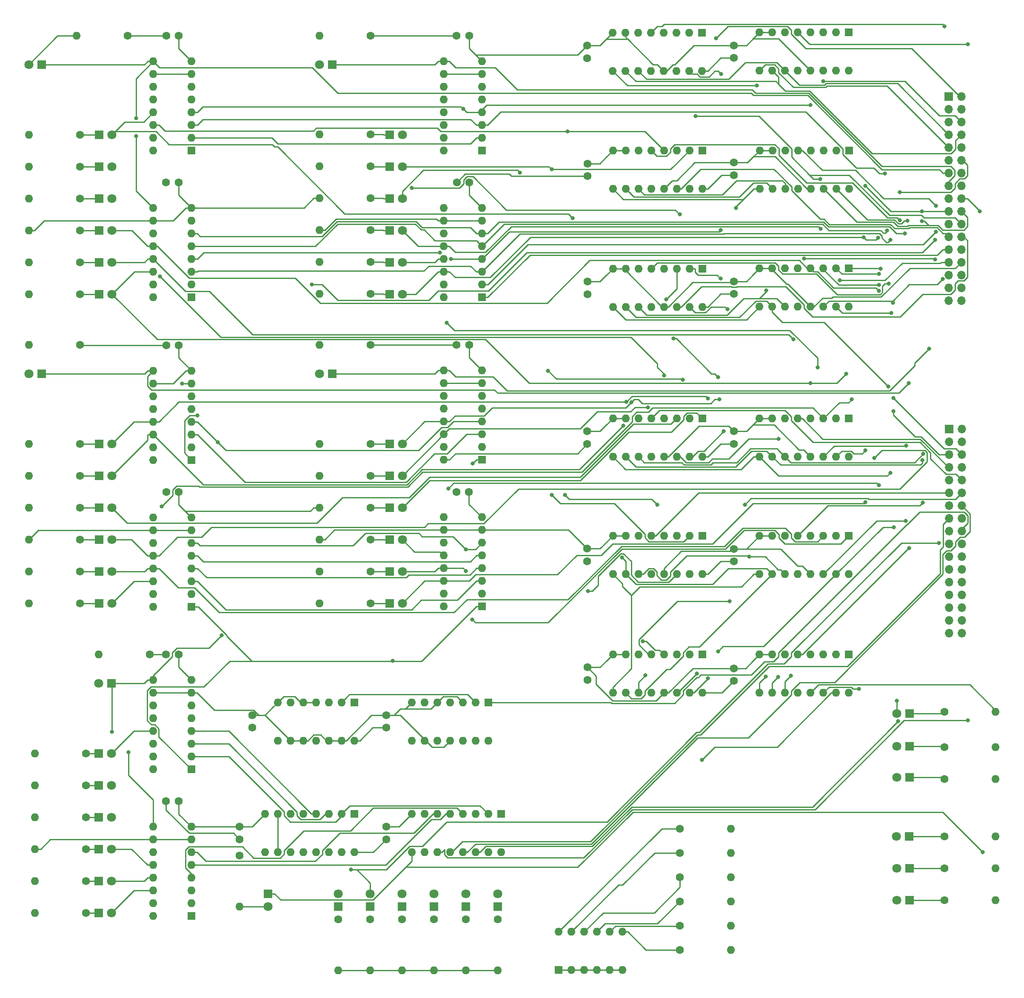
<source format=gbr>
%TF.GenerationSoftware,KiCad,Pcbnew,7.0.7*%
%TF.CreationDate,2023-10-17T23:07:55+09:00*%
%TF.ProjectId,data,64617461-2e6b-4696-9361-645f70636258,rev?*%
%TF.SameCoordinates,Original*%
%TF.FileFunction,Copper,L1,Top*%
%TF.FilePolarity,Positive*%
%FSLAX46Y46*%
G04 Gerber Fmt 4.6, Leading zero omitted, Abs format (unit mm)*
G04 Created by KiCad (PCBNEW 7.0.7) date 2023-10-17 23:07:55*
%MOMM*%
%LPD*%
G01*
G04 APERTURE LIST*
%TA.AperFunction,ComponentPad*%
%ADD10R,1.800000X1.800000*%
%TD*%
%TA.AperFunction,ComponentPad*%
%ADD11C,1.800000*%
%TD*%
%TA.AperFunction,ComponentPad*%
%ADD12R,1.600000X1.600000*%
%TD*%
%TA.AperFunction,ComponentPad*%
%ADD13O,1.600000X1.600000*%
%TD*%
%TA.AperFunction,ComponentPad*%
%ADD14C,1.600000*%
%TD*%
%TA.AperFunction,ComponentPad*%
%ADD15R,1.700000X1.700000*%
%TD*%
%TA.AperFunction,ComponentPad*%
%ADD16O,1.700000X1.700000*%
%TD*%
%TA.AperFunction,ViaPad*%
%ADD17C,0.800000*%
%TD*%
%TA.AperFunction,Conductor*%
%ADD18C,0.250000*%
%TD*%
G04 APERTURE END LIST*
D10*
%TO.P,D28,1,K*%
%TO.N,Net-(D28-K)*%
X189235000Y-67310000D03*
D11*
%TO.P,D28,2,A*%
%TO.N,R02*%
X191775000Y-67310000D03*
%TD*%
D12*
%TO.P,U26,1*%
%TO.N,pc5*%
X266700000Y-161290000D03*
D13*
%TO.P,U26,2*%
%TO.N,Net-(U25-Pad2)*%
X264160000Y-161290000D03*
%TO.P,U26,3*%
%TO.N,GND*%
X261620000Y-161290000D03*
%TO.P,U26,4*%
%TO.N,unconnected-(U26-Pad4)*%
X259080000Y-161290000D03*
%TO.P,U26,5*%
%TO.N,GND*%
X256540000Y-161290000D03*
%TO.P,U26,6*%
%TO.N,unconnected-(U26-Pad6)*%
X254000000Y-161290000D03*
%TO.P,U26,7,GND*%
%TO.N,GND*%
X251460000Y-161290000D03*
%TO.P,U26,8*%
%TO.N,unconnected-(U26-Pad8)*%
X251460000Y-168910000D03*
%TO.P,U26,9*%
%TO.N,GND*%
X254000000Y-168910000D03*
%TO.P,U26,10*%
%TO.N,unconnected-(U26-Pad10)*%
X256540000Y-168910000D03*
%TO.P,U26,11*%
%TO.N,GND*%
X259080000Y-168910000D03*
%TO.P,U26,12*%
%TO.N,unconnected-(U26-Pad12)*%
X261620000Y-168910000D03*
%TO.P,U26,13*%
%TO.N,GND*%
X264160000Y-168910000D03*
%TO.P,U26,14,Vcc*%
%TO.N,+5V*%
X266700000Y-168910000D03*
%TD*%
D14*
%TO.P,C21,1*%
%TO.N,+5V*%
X315575000Y-32980000D03*
%TO.P,C21,2*%
%TO.N,GND*%
X315575000Y-30480000D03*
%TD*%
%TO.P,R5,1*%
%TO.N,Net-(D35-K)*%
X262255000Y-204475000D03*
D13*
%TO.P,R5,2*%
%TO.N,GND*%
X262255000Y-214635000D03*
%TD*%
D14*
%TO.P,R8,1*%
%TO.N,Net-(D2-K)*%
X186640000Y-177830000D03*
D13*
%TO.P,R8,2*%
%TO.N,GND*%
X176480000Y-177830000D03*
%TD*%
D12*
%TO.P,U1,1,~{CLR}*%
%TO.N,CLR*%
X207645000Y-80645000D03*
D13*
%TO.P,U1,2,CLK*%
%TO.N,CLK*%
X207645000Y-78105000D03*
%TO.P,U1,3,P0*%
%TO.N,Y0*%
X207645000Y-75565000D03*
%TO.P,U1,4,P1*%
%TO.N,Y1*%
X207645000Y-73025000D03*
%TO.P,U1,5,P2*%
%TO.N,Y2*%
X207645000Y-70485000D03*
%TO.P,U1,6,P3*%
%TO.N,Y3*%
X207645000Y-67945000D03*
%TO.P,U1,7,ENP*%
%TO.N,GND*%
X207645000Y-65405000D03*
%TO.P,U1,8,GND*%
X207645000Y-62865000D03*
%TO.P,U1,9,~{LOAD}*%
%TO.N,LD0*%
X200025000Y-62865000D03*
%TO.P,U1,10,ENT*%
%TO.N,GND*%
X200025000Y-65405000D03*
%TO.P,U1,11,Q3*%
%TO.N,R03*%
X200025000Y-67945000D03*
%TO.P,U1,12,Q2*%
%TO.N,R02*%
X200025000Y-70485000D03*
%TO.P,U1,13,Q1*%
%TO.N,R01*%
X200025000Y-73025000D03*
%TO.P,U1,14,Q0*%
%TO.N,R00*%
X200025000Y-75565000D03*
%TO.P,U1,15,CO*%
%TO.N,unconnected-(U1A-CO-Pad15)*%
X200025000Y-78105000D03*
%TO.P,U1,16,Vcc*%
%TO.N,+5V*%
X200025000Y-80645000D03*
%TD*%
D10*
%TO.P,D3,1,K*%
%TO.N,Net-(D3-K)*%
X189180000Y-184180000D03*
D11*
%TO.P,D3,2,A*%
%TO.N,Net-(D3-A)*%
X191720000Y-184180000D03*
%TD*%
D10*
%TO.P,D30,1,K*%
%TO.N,Net-(D30-K)*%
X189235000Y-80010000D03*
D11*
%TO.P,D30,2,A*%
%TO.N,R00*%
X191775000Y-80010000D03*
%TD*%
D14*
%TO.P,C4,1*%
%TO.N,+5V*%
X202575000Y-90170000D03*
%TO.P,C4,2*%
%TO.N,GND*%
X205075000Y-90170000D03*
%TD*%
%TO.P,R29,1*%
%TO.N,Net-(D23-K)*%
X185420000Y-135245000D03*
D13*
%TO.P,R29,2*%
%TO.N,GND*%
X175260000Y-135245000D03*
%TD*%
D14*
%TO.P,C12,1*%
%TO.N,+5V*%
X217170000Y-188555000D03*
%TO.P,C12,2*%
%TO.N,GND*%
X217170000Y-186055000D03*
%TD*%
%TO.P,C22,1*%
%TO.N,+5V*%
X286385000Y-133215000D03*
%TO.P,C22,2*%
%TO.N,GND*%
X286385000Y-130715000D03*
%TD*%
D10*
%TO.P,D2,1,K*%
%TO.N,Net-(D2-K)*%
X189180000Y-177830000D03*
D11*
%TO.P,D2,2,A*%
%TO.N,Net-(D2-A)*%
X191720000Y-177830000D03*
%TD*%
D12*
%TO.P,U8,1,~{CLR}*%
%TO.N,CLR*%
X265440000Y-113020000D03*
D13*
%TO.P,U8,2,CLK*%
%TO.N,CLK*%
X265440000Y-110480000D03*
%TO.P,U8,3,P0*%
%TO.N,Y4*%
X265440000Y-107940000D03*
%TO.P,U8,4,P1*%
%TO.N,Y5*%
X265440000Y-105400000D03*
%TO.P,U8,5,P2*%
%TO.N,unconnected-(U8A-P2-Pad5)*%
X265440000Y-102860000D03*
%TO.P,U8,6,P3*%
%TO.N,unconnected-(U8A-P3-Pad6)*%
X265440000Y-100320000D03*
%TO.P,U8,7,ENP*%
%TO.N,GND*%
X265440000Y-97780000D03*
%TO.P,U8,8,GND*%
X265440000Y-95240000D03*
%TO.P,U8,9,~{LOAD}*%
%TO.N,LD3*%
X257820000Y-95240000D03*
%TO.P,U8,10,ENT*%
%TO.N,GND*%
X257820000Y-97780000D03*
%TO.P,U8,11,Q3*%
%TO.N,unconnected-(U8A-Q3-Pad11)*%
X257820000Y-100320000D03*
%TO.P,U8,12,Q2*%
%TO.N,unconnected-(U8A-Q2-Pad12)*%
X257820000Y-102860000D03*
%TO.P,U8,13,Q1*%
%TO.N,R35*%
X257820000Y-105400000D03*
%TO.P,U8,14,Q0*%
%TO.N,R34*%
X257820000Y-107940000D03*
%TO.P,U8,15,CO*%
%TO.N,unconnected-(U8A-CO-Pad15)*%
X257820000Y-110480000D03*
%TO.P,U8,16,Vcc*%
%TO.N,+5V*%
X257820000Y-113020000D03*
%TD*%
D12*
%TO.P,U15,1,I3*%
%TO.N,R32*%
X338455000Y-74890000D03*
D13*
%TO.P,U15,2,I2*%
%TO.N,R22*%
X335915000Y-74890000D03*
%TO.P,U15,3,I1*%
%TO.N,R12*%
X333375000Y-74890000D03*
%TO.P,U15,4,I0*%
%TO.N,R02*%
X330835000Y-74890000D03*
%TO.P,U15,5,Y*%
%TO.N,A2*%
X328295000Y-74890000D03*
%TO.P,U15,6,~{Y}*%
%TO.N,unconnected-(U15A-~{Y}-Pad6)*%
X325755000Y-74890000D03*
%TO.P,U15,7,~{E}*%
%TO.N,GND*%
X323215000Y-74890000D03*
%TO.P,U15,8,GND*%
X320675000Y-74890000D03*
%TO.P,U15,9,S2*%
%TO.N,sela2*%
X320675000Y-82510000D03*
%TO.P,U15,10,S1*%
%TO.N,sela1*%
X323215000Y-82510000D03*
%TO.P,U15,11,S0*%
%TO.N,sela0*%
X325755000Y-82510000D03*
%TO.P,U15,12,I7*%
%TO.N,unconnected-(U15A-I7-Pad12)*%
X328295000Y-82510000D03*
%TO.P,U15,13,I6*%
%TO.N,GND*%
X330835000Y-82510000D03*
%TO.P,U15,14,I5*%
%TO.N,Im2*%
X333375000Y-82510000D03*
%TO.P,U15,15,I4*%
%TO.N,Ip2*%
X335915000Y-82510000D03*
%TO.P,U15,16,Vcc*%
%TO.N,+5V*%
X338455000Y-82510000D03*
%TD*%
%TO.P,U7,16,Vcc*%
%TO.N,+5V*%
X257820000Y-142230000D03*
%TO.P,U7,15,CO*%
%TO.N,unconnected-(U7A-CO-Pad15)*%
X257820000Y-139690000D03*
%TO.P,U7,14,Q0*%
%TO.N,R30*%
X257820000Y-137150000D03*
%TO.P,U7,13,Q1*%
%TO.N,R31*%
X257820000Y-134610000D03*
%TO.P,U7,12,Q2*%
%TO.N,R32*%
X257820000Y-132070000D03*
%TO.P,U7,11,Q3*%
%TO.N,R33*%
X257820000Y-129530000D03*
%TO.P,U7,10,ENT*%
%TO.N,GND*%
X257820000Y-126990000D03*
%TO.P,U7,9,~{LOAD}*%
%TO.N,LD3*%
X257820000Y-124450000D03*
%TO.P,U7,8,GND*%
%TO.N,GND*%
X265440000Y-124450000D03*
%TO.P,U7,7,ENP*%
X265440000Y-126990000D03*
%TO.P,U7,6,P3*%
%TO.N,Y3*%
X265440000Y-129530000D03*
%TO.P,U7,5,P2*%
%TO.N,Y2*%
X265440000Y-132070000D03*
%TO.P,U7,4,P1*%
%TO.N,Y1*%
X265440000Y-134610000D03*
%TO.P,U7,3,P0*%
%TO.N,Y0*%
X265440000Y-137150000D03*
%TO.P,U7,2,CLK*%
%TO.N,CLK*%
X265440000Y-139690000D03*
D12*
%TO.P,U7,1,~{CLR}*%
%TO.N,CLR*%
X265440000Y-142230000D03*
%TD*%
D14*
%TO.P,C14,1*%
%TO.N,+5V*%
X219710000Y-166350000D03*
%TO.P,C14,2*%
%TO.N,GND*%
X219710000Y-163850000D03*
%TD*%
D10*
%TO.P,D19,1,K*%
%TO.N,Net-(D19-K)*%
X189225000Y-109845000D03*
D11*
%TO.P,D19,2,A*%
%TO.N,R15*%
X191765000Y-109845000D03*
%TD*%
D12*
%TO.P,U17,1,I3*%
%TO.N,R34*%
X309265000Y-51435000D03*
D13*
%TO.P,U17,2,I2*%
%TO.N,R24*%
X306725000Y-51435000D03*
%TO.P,U17,3,I1*%
%TO.N,R14*%
X304185000Y-51435000D03*
%TO.P,U17,4,I0*%
%TO.N,R04*%
X301645000Y-51435000D03*
%TO.P,U17,5,Y*%
%TO.N,A4*%
X299105000Y-51435000D03*
%TO.P,U17,6,~{Y}*%
%TO.N,unconnected-(U17A-~{Y}-Pad6)*%
X296565000Y-51435000D03*
%TO.P,U17,7,~{E}*%
%TO.N,GND*%
X294025000Y-51435000D03*
%TO.P,U17,8,GND*%
X291485000Y-51435000D03*
%TO.P,U17,9,S2*%
%TO.N,sela2*%
X291485000Y-59055000D03*
%TO.P,U17,10,S1*%
%TO.N,sela1*%
X294025000Y-59055000D03*
%TO.P,U17,11,S0*%
%TO.N,sela0*%
X296565000Y-59055000D03*
%TO.P,U17,12,I7*%
%TO.N,unconnected-(U17A-I7-Pad12)*%
X299105000Y-59055000D03*
%TO.P,U17,13,I6*%
%TO.N,GND*%
X301645000Y-59055000D03*
%TO.P,U17,14,I5*%
%TO.N,Im4*%
X304185000Y-59055000D03*
%TO.P,U17,15,I4*%
%TO.N,Ip4*%
X306725000Y-59055000D03*
%TO.P,U17,16,Vcc*%
%TO.N,+5V*%
X309265000Y-59055000D03*
%TD*%
D14*
%TO.P,C5,1*%
%TO.N,+5V*%
X260400000Y-57775000D03*
%TO.P,C5,2*%
%TO.N,GND*%
X262900000Y-57775000D03*
%TD*%
%TO.P,R48,1*%
%TO.N,+5V*%
X217170000Y-191770000D03*
D13*
%TO.P,R48,2*%
%TO.N,Net-(D42-A)*%
X217170000Y-201930000D03*
%TD*%
D12*
%TO.P,U14,1,I3*%
%TO.N,R31*%
X338465000Y-51395000D03*
D13*
%TO.P,U14,2,I2*%
%TO.N,R21*%
X335925000Y-51395000D03*
%TO.P,U14,3,I1*%
%TO.N,R11*%
X333385000Y-51395000D03*
%TO.P,U14,4,I0*%
%TO.N,R01*%
X330845000Y-51395000D03*
%TO.P,U14,5,Y*%
%TO.N,A1*%
X328305000Y-51395000D03*
%TO.P,U14,6,~{Y}*%
%TO.N,unconnected-(U14A-~{Y}-Pad6)*%
X325765000Y-51395000D03*
%TO.P,U14,7,~{E}*%
%TO.N,GND*%
X323225000Y-51395000D03*
%TO.P,U14,8,GND*%
X320685000Y-51395000D03*
%TO.P,U14,9,S2*%
%TO.N,sela2*%
X320685000Y-59015000D03*
%TO.P,U14,10,S1*%
%TO.N,sela1*%
X323225000Y-59015000D03*
%TO.P,U14,11,S0*%
%TO.N,sela0*%
X325765000Y-59015000D03*
%TO.P,U14,12,I7*%
%TO.N,unconnected-(U14A-I7-Pad12)*%
X328305000Y-59015000D03*
%TO.P,U14,13,I6*%
%TO.N,GND*%
X330845000Y-59015000D03*
%TO.P,U14,14,I5*%
%TO.N,Im1*%
X333385000Y-59015000D03*
%TO.P,U14,15,I4*%
%TO.N,Ip1*%
X335925000Y-59015000D03*
%TO.P,U14,16,Vcc*%
%TO.N,+5V*%
X338465000Y-59015000D03*
%TD*%
D14*
%TO.P,C1,1*%
%TO.N,+5V*%
X202565000Y-57785000D03*
%TO.P,C1,2*%
%TO.N,GND*%
X205065000Y-57785000D03*
%TD*%
%TO.P,R10,1*%
%TO.N,Net-(D4-K)*%
X186640000Y-190530000D03*
D13*
%TO.P,R10,2*%
%TO.N,GND*%
X176480000Y-190530000D03*
%TD*%
D14*
%TO.P,C11,1*%
%TO.N,+5V*%
X246380000Y-188555000D03*
%TO.P,C11,2*%
%TO.N,GND*%
X246380000Y-186055000D03*
%TD*%
D10*
%TO.P,D27,1,K*%
%TO.N,Net-(D27-K)*%
X189235000Y-60960000D03*
D11*
%TO.P,D27,2,A*%
%TO.N,R03*%
X191775000Y-60960000D03*
%TD*%
D14*
%TO.P,R24,1*%
%TO.N,Net-(D18-K)*%
X243215000Y-80000000D03*
D13*
%TO.P,R24,2*%
%TO.N,GND*%
X233055000Y-80000000D03*
%TD*%
D10*
%TO.P,D4,1,K*%
%TO.N,Net-(D4-K)*%
X189180000Y-190530000D03*
D11*
%TO.P,D4,2,A*%
%TO.N,Net-(D4-A)*%
X191720000Y-190530000D03*
%TD*%
D14*
%TO.P,C26,1*%
%TO.N,+5V*%
X315575000Y-109815000D03*
%TO.P,C26,2*%
%TO.N,GND*%
X315575000Y-107315000D03*
%TD*%
%TO.P,R51,1*%
%TO.N,Net-(D45-K)*%
X357505000Y-163195000D03*
D13*
%TO.P,R51,2*%
%TO.N,GND*%
X367665000Y-163195000D03*
%TD*%
D10*
%TO.P,D16,1,K*%
%TO.N,Net-(D16-K)*%
X247035000Y-67310000D03*
D11*
%TO.P,D16,2,A*%
%TO.N,R22*%
X249575000Y-67310000D03*
%TD*%
D12*
%TO.P,U2,1,~{CLR}*%
%TO.N,CLR*%
X207635000Y-51445000D03*
D13*
%TO.P,U2,2,CLK*%
%TO.N,CLK*%
X207635000Y-48905000D03*
%TO.P,U2,3,P0*%
%TO.N,Y4*%
X207635000Y-46365000D03*
%TO.P,U2,4,P1*%
%TO.N,Y5*%
X207635000Y-43825000D03*
%TO.P,U2,5,P2*%
%TO.N,unconnected-(U2A-P2-Pad5)*%
X207635000Y-41285000D03*
%TO.P,U2,6,P3*%
%TO.N,unconnected-(U2A-P3-Pad6)*%
X207635000Y-38745000D03*
%TO.P,U2,7,ENP*%
%TO.N,GND*%
X207635000Y-36205000D03*
%TO.P,U2,8,GND*%
X207635000Y-33665000D03*
%TO.P,U2,9,~{LOAD}*%
%TO.N,LD0*%
X200015000Y-33665000D03*
%TO.P,U2,10,ENT*%
%TO.N,GND*%
X200015000Y-36205000D03*
%TO.P,U2,11,Q3*%
%TO.N,unconnected-(U2A-Q3-Pad11)*%
X200015000Y-38745000D03*
%TO.P,U2,12,Q2*%
%TO.N,unconnected-(U2A-Q2-Pad12)*%
X200015000Y-41285000D03*
%TO.P,U2,13,Q1*%
%TO.N,R05*%
X200015000Y-43825000D03*
%TO.P,U2,14,Q0*%
%TO.N,R04*%
X200015000Y-46365000D03*
%TO.P,U2,15,CO*%
%TO.N,unconnected-(U2A-CO-Pad15)*%
X200015000Y-48905000D03*
%TO.P,U2,16,Vcc*%
%TO.N,+5V*%
X200015000Y-51445000D03*
%TD*%
D14*
%TO.P,R32,1*%
%TO.N,Net-(D26-K)*%
X185420000Y-54610000D03*
D13*
%TO.P,R32,2*%
%TO.N,GND*%
X175260000Y-54610000D03*
%TD*%
D12*
%TO.P,U12,1,~{CLR}*%
%TO.N,Net-(U12A-~{CLR})*%
X240030000Y-183515000D03*
D13*
%TO.P,U12,2,CLK*%
%TO.N,CLK*%
X237490000Y-183515000D03*
%TO.P,U12,3,P0*%
%TO.N,Y4*%
X234950000Y-183515000D03*
%TO.P,U12,4,P1*%
%TO.N,Y5*%
X232410000Y-183515000D03*
%TO.P,U12,5,P2*%
%TO.N,unconnected-(U12A-P2-Pad5)*%
X229870000Y-183515000D03*
%TO.P,U12,6,P3*%
%TO.N,unconnected-(U12A-P3-Pad6)*%
X227330000Y-183515000D03*
%TO.P,U12,7,ENP*%
%TO.N,Net-(U11A-CO)*%
X224790000Y-183515000D03*
%TO.P,U12,8,GND*%
%TO.N,GND*%
X222250000Y-183515000D03*
%TO.P,U12,9,~{LOAD}*%
%TO.N,LDpc*%
X222250000Y-191135000D03*
%TO.P,U12,10,ENT*%
%TO.N,Net-(U11A-CO)*%
X224790000Y-191135000D03*
%TO.P,U12,11,Q3*%
%TO.N,unconnected-(U12A-Q3-Pad11)*%
X227330000Y-191135000D03*
%TO.P,U12,12,Q2*%
%TO.N,unconnected-(U12A-Q2-Pad12)*%
X229870000Y-191135000D03*
%TO.P,U12,13,Q1*%
%TO.N,pc5*%
X232410000Y-191135000D03*
%TO.P,U12,14,Q0*%
%TO.N,pc4*%
X234950000Y-191135000D03*
%TO.P,U12,15,CO*%
%TO.N,unconnected-(U12A-CO-Pad15)*%
X237490000Y-191135000D03*
%TO.P,U12,16,Vcc*%
%TO.N,+5V*%
X240030000Y-191135000D03*
%TD*%
D10*
%TO.P,D47,1,K*%
%TO.N,Net-(D47-K)*%
X350520000Y-194310000D03*
D11*
%TO.P,D47,2,A*%
%TO.N,selb1*%
X347980000Y-194310000D03*
%TD*%
D14*
%TO.P,R40,1*%
%TO.N,Ip2*%
X304800000Y-200914000D03*
D13*
%TO.P,R40,2*%
%TO.N,GND*%
X314960000Y-200914000D03*
%TD*%
D14*
%TO.P,R18,1*%
%TO.N,Net-(D12-K)*%
X243215000Y-141595000D03*
D13*
%TO.P,R18,2*%
%TO.N,GND*%
X233055000Y-141595000D03*
%TD*%
D10*
%TO.P,D25,1,K*%
%TO.N,Net-(D25-K)*%
X189235000Y-48260000D03*
D11*
%TO.P,D25,2,A*%
%TO.N,R05*%
X191775000Y-48260000D03*
%TD*%
D14*
%TO.P,R7,1*%
%TO.N,Net-(D1-K)*%
X186640000Y-171480000D03*
D13*
%TO.P,R7,2*%
%TO.N,GND*%
X176480000Y-171480000D03*
%TD*%
D12*
%TO.P,U24,1,I3*%
%TO.N,R35*%
X309275000Y-151765000D03*
D13*
%TO.P,U24,2,I2*%
%TO.N,R25*%
X306735000Y-151765000D03*
%TO.P,U24,3,I1*%
%TO.N,R15*%
X304195000Y-151765000D03*
%TO.P,U24,4,I0*%
%TO.N,R05*%
X301655000Y-151765000D03*
%TO.P,U24,5,Y*%
%TO.N,B5*%
X299115000Y-151765000D03*
%TO.P,U24,6,~{Y}*%
%TO.N,unconnected-(U24A-~{Y}-Pad6)*%
X296575000Y-151765000D03*
%TO.P,U24,7,~{E}*%
%TO.N,GND*%
X294035000Y-151765000D03*
%TO.P,U24,8,GND*%
X291495000Y-151765000D03*
%TO.P,U24,9,S2*%
%TO.N,selb2*%
X291495000Y-159385000D03*
%TO.P,U24,10,S1*%
%TO.N,selb1*%
X294035000Y-159385000D03*
%TO.P,U24,11,S0*%
%TO.N,selb0*%
X296575000Y-159385000D03*
%TO.P,U24,12,I7*%
%TO.N,unconnected-(U24A-I7-Pad12)*%
X299115000Y-159385000D03*
%TO.P,U24,13,I6*%
%TO.N,GND*%
X301655000Y-159385000D03*
%TO.P,U24,14,I5*%
%TO.N,Im5*%
X304195000Y-159385000D03*
%TO.P,U24,15,I4*%
%TO.N,Ip5*%
X306735000Y-159385000D03*
%TO.P,U24,16,Vcc*%
%TO.N,+5V*%
X309275000Y-159385000D03*
%TD*%
D14*
%TO.P,R19,1*%
%TO.N,Net-(D13-K)*%
X243215000Y-48250000D03*
D13*
%TO.P,R19,2*%
%TO.N,GND*%
X233055000Y-48250000D03*
%TD*%
D10*
%TO.P,D15,1,K*%
%TO.N,Net-(D15-K)*%
X247035000Y-60960000D03*
D11*
%TO.P,D15,2,A*%
%TO.N,R23*%
X249575000Y-60960000D03*
%TD*%
D14*
%TO.P,C2,1*%
%TO.N,+5V*%
X202605000Y-28575000D03*
%TO.P,C2,2*%
%TO.N,GND*%
X205105000Y-28575000D03*
%TD*%
%TO.P,C9,1*%
%TO.N,+5V*%
X202565000Y-180995000D03*
%TO.P,C9,2*%
%TO.N,GND*%
X205065000Y-180995000D03*
%TD*%
D10*
%TO.P,D31,1,K*%
%TO.N,Net-(D31-K)*%
X236855000Y-201935000D03*
D11*
%TO.P,D31,2,A*%
%TO.N,pc5*%
X236855000Y-199395000D03*
%TD*%
D14*
%TO.P,R31,1*%
%TO.N,Net-(D25-K)*%
X185420000Y-48260000D03*
D13*
%TO.P,R31,2*%
%TO.N,GND*%
X175260000Y-48260000D03*
%TD*%
D10*
%TO.P,D45,1,K*%
%TO.N,Net-(D45-K)*%
X350520000Y-163500000D03*
D11*
%TO.P,D45,2,A*%
%TO.N,sela0*%
X347980000Y-163500000D03*
%TD*%
D14*
%TO.P,C15,1*%
%TO.N,+5V*%
X286405000Y-156835000D03*
%TO.P,C15,2*%
%TO.N,GND*%
X286405000Y-154335000D03*
%TD*%
D12*
%TO.P,U23,1,I3*%
%TO.N,R34*%
X309255000Y-128145000D03*
D13*
%TO.P,U23,2,I2*%
%TO.N,R24*%
X306715000Y-128145000D03*
%TO.P,U23,3,I1*%
%TO.N,R14*%
X304175000Y-128145000D03*
%TO.P,U23,4,I0*%
%TO.N,R04*%
X301635000Y-128145000D03*
%TO.P,U23,5,Y*%
%TO.N,B4*%
X299095000Y-128145000D03*
%TO.P,U23,6,~{Y}*%
%TO.N,unconnected-(U23A-~{Y}-Pad6)*%
X296555000Y-128145000D03*
%TO.P,U23,7,~{E}*%
%TO.N,GND*%
X294015000Y-128145000D03*
%TO.P,U23,8,GND*%
X291475000Y-128145000D03*
%TO.P,U23,9,S2*%
%TO.N,selb2*%
X291475000Y-135765000D03*
%TO.P,U23,10,S1*%
%TO.N,selb1*%
X294015000Y-135765000D03*
%TO.P,U23,11,S0*%
%TO.N,selb0*%
X296555000Y-135765000D03*
%TO.P,U23,12,I7*%
%TO.N,unconnected-(U23A-I7-Pad12)*%
X299095000Y-135765000D03*
%TO.P,U23,13,I6*%
%TO.N,GND*%
X301635000Y-135765000D03*
%TO.P,U23,14,I5*%
%TO.N,Im4*%
X304175000Y-135765000D03*
%TO.P,U23,15,I4*%
%TO.N,Ip4*%
X306715000Y-135765000D03*
%TO.P,U23,16,Vcc*%
%TO.N,+5V*%
X309255000Y-135765000D03*
%TD*%
D14*
%TO.P,R41,1*%
%TO.N,Ip1*%
X304800000Y-205740000D03*
D13*
%TO.P,R41,2*%
%TO.N,GND*%
X314960000Y-205740000D03*
%TD*%
D10*
%TO.P,D24,1,K*%
%TO.N,Net-(D24-K)*%
X189230000Y-141595000D03*
D11*
%TO.P,D24,2,A*%
%TO.N,R10*%
X191770000Y-141595000D03*
%TD*%
D10*
%TO.P,D13,1,K*%
%TO.N,Net-(D13-K)*%
X247035000Y-48260000D03*
D11*
%TO.P,D13,2,A*%
%TO.N,R25*%
X249575000Y-48260000D03*
%TD*%
D14*
%TO.P,R3,1*%
%TO.N,Net-(D33-K)*%
X249555000Y-204475000D03*
D13*
%TO.P,R3,2*%
%TO.N,GND*%
X249555000Y-214635000D03*
%TD*%
D14*
%TO.P,R45,1*%
%TO.N,+5V*%
X243220000Y-28575000D03*
D13*
%TO.P,R45,2*%
%TO.N,Net-(D39-A)*%
X233060000Y-28575000D03*
%TD*%
D14*
%TO.P,C6,1*%
%TO.N,+5V*%
X260390000Y-28575000D03*
%TO.P,C6,2*%
%TO.N,GND*%
X262890000Y-28575000D03*
%TD*%
%TO.P,R28,1*%
%TO.N,Net-(D22-K)*%
X185420000Y-128895000D03*
D13*
%TO.P,R28,2*%
%TO.N,GND*%
X175260000Y-128895000D03*
%TD*%
D14*
%TO.P,R21,1*%
%TO.N,Net-(D15-K)*%
X243215000Y-60950000D03*
D13*
%TO.P,R21,2*%
%TO.N,GND*%
X233055000Y-60950000D03*
%TD*%
D12*
%TO.P,U19,1,I3*%
%TO.N,R30*%
X338445000Y-104775000D03*
D13*
%TO.P,U19,2,I2*%
%TO.N,R20*%
X335905000Y-104775000D03*
%TO.P,U19,3,I1*%
%TO.N,R10*%
X333365000Y-104775000D03*
%TO.P,U19,4,I0*%
%TO.N,R00*%
X330825000Y-104775000D03*
%TO.P,U19,5,Y*%
%TO.N,B0*%
X328285000Y-104775000D03*
%TO.P,U19,6,~{Y}*%
%TO.N,unconnected-(U19A-~{Y}-Pad6)*%
X325745000Y-104775000D03*
%TO.P,U19,7,~{E}*%
%TO.N,GND*%
X323205000Y-104775000D03*
%TO.P,U19,8,GND*%
X320665000Y-104775000D03*
%TO.P,U19,9,S2*%
%TO.N,selb2*%
X320665000Y-112395000D03*
%TO.P,U19,10,S1*%
%TO.N,selb1*%
X323205000Y-112395000D03*
%TO.P,U19,11,S0*%
%TO.N,selb0*%
X325745000Y-112395000D03*
%TO.P,U19,12,I7*%
%TO.N,unconnected-(U19A-I7-Pad12)*%
X328285000Y-112395000D03*
%TO.P,U19,13,I6*%
%TO.N,GND*%
X330825000Y-112395000D03*
%TO.P,U19,14,I5*%
%TO.N,Im0*%
X333365000Y-112395000D03*
%TO.P,U19,15,I4*%
%TO.N,Ip0*%
X335905000Y-112395000D03*
%TO.P,U19,16,Vcc*%
%TO.N,+5V*%
X338445000Y-112395000D03*
%TD*%
D10*
%TO.P,D20,1,K*%
%TO.N,Net-(D20-K)*%
X189225000Y-116195000D03*
D11*
%TO.P,D20,2,A*%
%TO.N,R14*%
X191765000Y-116195000D03*
%TD*%
D14*
%TO.P,R22,1*%
%TO.N,Net-(D16-K)*%
X243215000Y-67300000D03*
D13*
%TO.P,R22,2*%
%TO.N,GND*%
X233055000Y-67300000D03*
%TD*%
D10*
%TO.P,D5,1,K*%
%TO.N,Net-(D5-K)*%
X189180000Y-196880000D03*
D11*
%TO.P,D5,2,A*%
%TO.N,Net-(D5-A)*%
X191720000Y-196880000D03*
%TD*%
D15*
%TO.P,J2,1,Pin_1*%
%TO.N,A0*%
X358368600Y-106908600D03*
D16*
%TO.P,J2,2,Pin_2*%
%TO.N,A1*%
X360908600Y-106908600D03*
%TO.P,J2,3,Pin_3*%
%TO.N,A2*%
X358368600Y-109448600D03*
%TO.P,J2,4,Pin_4*%
%TO.N,A3*%
X360908600Y-109448600D03*
%TO.P,J2,5,Pin_5*%
%TO.N,A4*%
X358368600Y-111988600D03*
%TO.P,J2,6,Pin_6*%
%TO.N,A5*%
X360908600Y-111988600D03*
%TO.P,J2,7,Pin_7*%
%TO.N,B0*%
X358368600Y-114528600D03*
%TO.P,J2,8,Pin_8*%
%TO.N,B1*%
X360908600Y-114528600D03*
%TO.P,J2,9,Pin_9*%
%TO.N,B2*%
X358368600Y-117068600D03*
%TO.P,J2,10,Pin_10*%
%TO.N,B3*%
X360908600Y-117068600D03*
%TO.P,J2,11,Pin_11*%
%TO.N,B4*%
X358368600Y-119608600D03*
%TO.P,J2,12,Pin_12*%
%TO.N,B5*%
X360908600Y-119608600D03*
%TO.P,J2,13,Pin_13*%
%TO.N,pc0*%
X358368600Y-122148600D03*
%TO.P,J2,14,Pin_14*%
%TO.N,pc1*%
X360908600Y-122148600D03*
%TO.P,J2,15,Pin_15*%
%TO.N,pc2*%
X358368600Y-124688600D03*
%TO.P,J2,16,Pin_16*%
%TO.N,pc3*%
X360908600Y-124688600D03*
%TO.P,J2,17,Pin_17*%
%TO.N,pc4*%
X358368600Y-127228600D03*
%TO.P,J2,18,Pin_18*%
%TO.N,pc5*%
X360908600Y-127228600D03*
%TO.P,J2,19,Pin_19*%
%TO.N,unconnected-(J2-Pin_19-Pad19)*%
X358368600Y-129768600D03*
%TO.P,J2,20,Pin_20*%
%TO.N,unconnected-(J2-Pin_20-Pad20)*%
X360908600Y-129768600D03*
%TO.P,J2,21,Pin_21*%
%TO.N,unconnected-(J2-Pin_21-Pad21)*%
X358368600Y-132308600D03*
%TO.P,J2,22,Pin_22*%
%TO.N,unconnected-(J2-Pin_22-Pad22)*%
X360908600Y-132308600D03*
%TO.P,J2,23,Pin_23*%
%TO.N,unconnected-(J2-Pin_23-Pad23)*%
X358368600Y-134848600D03*
%TO.P,J2,24,Pin_24*%
%TO.N,unconnected-(J2-Pin_24-Pad24)*%
X360908600Y-134848600D03*
%TO.P,J2,25,Pin_25*%
%TO.N,unconnected-(J2-Pin_25-Pad25)*%
X358368600Y-137388600D03*
%TO.P,J2,26,Pin_26*%
%TO.N,unconnected-(J2-Pin_26-Pad26)*%
X360908600Y-137388600D03*
%TO.P,J2,27,Pin_27*%
%TO.N,unconnected-(J2-Pin_27-Pad27)*%
X358368600Y-139928600D03*
%TO.P,J2,28,Pin_28*%
%TO.N,unconnected-(J2-Pin_28-Pad28)*%
X360908600Y-139928600D03*
%TO.P,J2,29,Pin_29*%
%TO.N,unconnected-(J2-Pin_29-Pad29)*%
X358368600Y-142468600D03*
%TO.P,J2,30,Pin_30*%
%TO.N,unconnected-(J2-Pin_30-Pad30)*%
X360908600Y-142468600D03*
%TO.P,J2,31,Pin_31*%
%TO.N,unconnected-(J2-Pin_31-Pad31)*%
X358368600Y-145008600D03*
%TO.P,J2,32,Pin_32*%
%TO.N,unconnected-(J2-Pin_32-Pad32)*%
X360908600Y-145008600D03*
%TO.P,J2,33,Pin_33*%
%TO.N,unconnected-(J2-Pin_33-Pad33)*%
X358368600Y-147548600D03*
%TO.P,J2,34,Pin_34*%
%TO.N,unconnected-(J2-Pin_34-Pad34)*%
X360908600Y-147548600D03*
%TD*%
D10*
%TO.P,D23,1,K*%
%TO.N,Net-(D23-K)*%
X189230000Y-135245000D03*
D11*
%TO.P,D23,2,A*%
%TO.N,R11*%
X191770000Y-135245000D03*
%TD*%
D14*
%TO.P,R44,1*%
%TO.N,+5V*%
X185420000Y-90160000D03*
D13*
%TO.P,R44,2*%
%TO.N,Net-(D38-A)*%
X175260000Y-90160000D03*
%TD*%
D12*
%TO.P,U25,1*%
%TO.N,CLR*%
X240030000Y-161300000D03*
D13*
%TO.P,U25,2*%
%TO.N,Net-(U25-Pad2)*%
X237490000Y-161300000D03*
%TO.P,U25,3*%
%TO.N,Net-(U12A-~{CLR})*%
X234950000Y-161300000D03*
%TO.P,U25,4*%
%TO.N,GND*%
X232410000Y-161300000D03*
%TO.P,U25,5*%
X229870000Y-161300000D03*
%TO.P,U25,6*%
%TO.N,unconnected-(U25-Pad6)*%
X227330000Y-161300000D03*
%TO.P,U25,7,GND*%
%TO.N,GND*%
X224790000Y-161300000D03*
%TO.P,U25,8*%
%TO.N,unconnected-(U25-Pad8)*%
X224790000Y-168920000D03*
%TO.P,U25,9*%
%TO.N,GND*%
X227330000Y-168920000D03*
%TO.P,U25,10*%
X229870000Y-168920000D03*
%TO.P,U25,11*%
%TO.N,unconnected-(U25-Pad11)*%
X232410000Y-168920000D03*
%TO.P,U25,12*%
%TO.N,GND*%
X234950000Y-168920000D03*
%TO.P,U25,13*%
X237490000Y-168920000D03*
%TO.P,U25,14,Vcc*%
%TO.N,+5V*%
X240030000Y-168920000D03*
%TD*%
D12*
%TO.P,U11,1,~{CLR}*%
%TO.N,CLR*%
X269240000Y-183515000D03*
D13*
%TO.P,U11,2,CLK*%
%TO.N,CLK*%
X266700000Y-183515000D03*
%TO.P,U11,3,P0*%
%TO.N,Y0*%
X264160000Y-183515000D03*
%TO.P,U11,4,P1*%
%TO.N,Y1*%
X261620000Y-183515000D03*
%TO.P,U11,5,P2*%
%TO.N,Y2*%
X259080000Y-183515000D03*
%TO.P,U11,6,P3*%
%TO.N,Y3*%
X256540000Y-183515000D03*
%TO.P,U11,7,ENP*%
%TO.N,+5V*%
X254000000Y-183515000D03*
%TO.P,U11,8,GND*%
%TO.N,GND*%
X251460000Y-183515000D03*
%TO.P,U11,9,~{LOAD}*%
%TO.N,LDpc*%
X251460000Y-191135000D03*
%TO.P,U11,10,ENT*%
%TO.N,+5V*%
X254000000Y-191135000D03*
%TO.P,U11,11,Q3*%
%TO.N,pc3*%
X256540000Y-191135000D03*
%TO.P,U11,12,Q2*%
%TO.N,pc2*%
X259080000Y-191135000D03*
%TO.P,U11,13,Q1*%
%TO.N,pc1*%
X261620000Y-191135000D03*
%TO.P,U11,14,Q0*%
%TO.N,pc0*%
X264160000Y-191135000D03*
%TO.P,U11,15,CO*%
%TO.N,Net-(U11A-CO)*%
X266700000Y-191135000D03*
%TO.P,U11,16,Vcc*%
%TO.N,+5V*%
X269240000Y-191135000D03*
%TD*%
D12*
%TO.P,U9,1,~{CLR}*%
%TO.N,CLR*%
X207595000Y-203865000D03*
D13*
%TO.P,U9,2,CLK*%
%TO.N,CLK*%
X207595000Y-201325000D03*
%TO.P,U9,3,P0*%
%TO.N,Y0*%
X207595000Y-198785000D03*
%TO.P,U9,4,P1*%
%TO.N,Y1*%
X207595000Y-196245000D03*
%TO.P,U9,5,P2*%
%TO.N,Y2*%
X207595000Y-193705000D03*
%TO.P,U9,6,P3*%
%TO.N,Y3*%
X207595000Y-191165000D03*
%TO.P,U9,7,ENP*%
%TO.N,GND*%
X207595000Y-188625000D03*
%TO.P,U9,8,GND*%
X207595000Y-186085000D03*
%TO.P,U9,9,~{LOAD}*%
%TO.N,LDo*%
X199975000Y-186085000D03*
%TO.P,U9,10,ENT*%
%TO.N,GND*%
X199975000Y-188625000D03*
%TO.P,U9,11,Q3*%
%TO.N,Net-(D3-A)*%
X199975000Y-191165000D03*
%TO.P,U9,12,Q2*%
%TO.N,Net-(D4-A)*%
X199975000Y-193705000D03*
%TO.P,U9,13,Q1*%
%TO.N,Net-(D5-A)*%
X199975000Y-196245000D03*
%TO.P,U9,14,Q0*%
%TO.N,Net-(D6-A)*%
X199975000Y-198785000D03*
%TO.P,U9,15,CO*%
%TO.N,unconnected-(U9A-CO-Pad15)*%
X199975000Y-201325000D03*
%TO.P,U9,16,Vcc*%
%TO.N,+5V*%
X199975000Y-203865000D03*
%TD*%
D14*
%TO.P,C19,1*%
%TO.N,+5V*%
X315595000Y-79970000D03*
%TO.P,C19,2*%
%TO.N,GND*%
X315595000Y-77470000D03*
%TD*%
D10*
%TO.P,D38,1,K*%
%TO.N,LD1*%
X177800000Y-95875000D03*
D11*
%TO.P,D38,2,A*%
%TO.N,Net-(D38-A)*%
X175260000Y-95875000D03*
%TD*%
D14*
%TO.P,C25,1*%
%TO.N,+5V*%
X315575000Y-133225000D03*
%TO.P,C25,2*%
%TO.N,GND*%
X315575000Y-130725000D03*
%TD*%
D10*
%TO.P,D39,1,K*%
%TO.N,LD2*%
X235600000Y-34290000D03*
D11*
%TO.P,D39,2,A*%
%TO.N,Net-(D39-A)*%
X233060000Y-34290000D03*
%TD*%
D12*
%TO.P,U10,1,~{CLR}*%
%TO.N,CLR*%
X207595000Y-174655000D03*
D13*
%TO.P,U10,2,CLK*%
%TO.N,CLK*%
X207595000Y-172115000D03*
%TO.P,U10,3,P0*%
%TO.N,Y4*%
X207595000Y-169575000D03*
%TO.P,U10,4,P1*%
%TO.N,Y5*%
X207595000Y-167035000D03*
%TO.P,U10,5,P2*%
%TO.N,unconnected-(U10A-P2-Pad5)*%
X207595000Y-164495000D03*
%TO.P,U10,6,P3*%
%TO.N,unconnected-(U10A-P3-Pad6)*%
X207595000Y-161955000D03*
%TO.P,U10,7,ENP*%
%TO.N,GND*%
X207595000Y-159415000D03*
%TO.P,U10,8,GND*%
X207595000Y-156875000D03*
%TO.P,U10,9,~{LOAD}*%
%TO.N,LDo*%
X199975000Y-156875000D03*
%TO.P,U10,10,ENT*%
%TO.N,GND*%
X199975000Y-159415000D03*
%TO.P,U10,11,Q3*%
%TO.N,unconnected-(U10A-Q3-Pad11)*%
X199975000Y-161955000D03*
%TO.P,U10,12,Q2*%
%TO.N,unconnected-(U10A-Q2-Pad12)*%
X199975000Y-164495000D03*
%TO.P,U10,13,Q1*%
%TO.N,Net-(D1-A)*%
X199975000Y-167035000D03*
%TO.P,U10,14,Q0*%
%TO.N,Net-(D2-A)*%
X199975000Y-169575000D03*
%TO.P,U10,15,CO*%
%TO.N,unconnected-(U10A-CO-Pad15)*%
X199975000Y-172115000D03*
%TO.P,U10,16,Vcc*%
%TO.N,+5V*%
X199975000Y-174655000D03*
%TD*%
D14*
%TO.P,C24,1*%
%TO.N,+5V*%
X315585000Y-157010000D03*
%TO.P,C24,2*%
%TO.N,GND*%
X315585000Y-154510000D03*
%TD*%
D12*
%TO.P,U18,1,I3*%
%TO.N,R35*%
X309265000Y-74930000D03*
D13*
%TO.P,U18,2,I2*%
%TO.N,R25*%
X306725000Y-74930000D03*
%TO.P,U18,3,I1*%
%TO.N,R15*%
X304185000Y-74930000D03*
%TO.P,U18,4,I0*%
%TO.N,R05*%
X301645000Y-74930000D03*
%TO.P,U18,5,Y*%
%TO.N,A5*%
X299105000Y-74930000D03*
%TO.P,U18,6,~{Y}*%
%TO.N,unconnected-(U18A-~{Y}-Pad6)*%
X296565000Y-74930000D03*
%TO.P,U18,7,~{E}*%
%TO.N,GND*%
X294025000Y-74930000D03*
%TO.P,U18,8,GND*%
X291485000Y-74930000D03*
%TO.P,U18,9,S2*%
%TO.N,sela2*%
X291485000Y-82550000D03*
%TO.P,U18,10,S1*%
%TO.N,sela1*%
X294025000Y-82550000D03*
%TO.P,U18,11,S0*%
%TO.N,sela0*%
X296565000Y-82550000D03*
%TO.P,U18,12,I7*%
%TO.N,unconnected-(U18A-I7-Pad12)*%
X299105000Y-82550000D03*
%TO.P,U18,13,I6*%
%TO.N,GND*%
X301645000Y-82550000D03*
%TO.P,U18,14,I5*%
%TO.N,Im5*%
X304185000Y-82550000D03*
%TO.P,U18,15,I4*%
%TO.N,Ip5*%
X306725000Y-82550000D03*
%TO.P,U18,16,Vcc*%
%TO.N,+5V*%
X309265000Y-82550000D03*
%TD*%
D14*
%TO.P,R33,1*%
%TO.N,Net-(D27-K)*%
X185420000Y-60960000D03*
D13*
%TO.P,R33,2*%
%TO.N,GND*%
X175260000Y-60960000D03*
%TD*%
D14*
%TO.P,R38,1*%
%TO.N,Ip4*%
X304800000Y-191262000D03*
D13*
%TO.P,R38,2*%
%TO.N,GND*%
X314960000Y-191262000D03*
%TD*%
D10*
%TO.P,D11,1,K*%
%TO.N,Net-(D11-K)*%
X247020000Y-135245000D03*
D11*
%TO.P,D11,2,A*%
%TO.N,R31*%
X249560000Y-135245000D03*
%TD*%
D14*
%TO.P,R11,1*%
%TO.N,Net-(D5-K)*%
X186640000Y-196880000D03*
D13*
%TO.P,R11,2*%
%TO.N,GND*%
X176480000Y-196880000D03*
%TD*%
D14*
%TO.P,C10,1*%
%TO.N,+5V*%
X202525000Y-151785000D03*
%TO.P,C10,2*%
%TO.N,GND*%
X205025000Y-151785000D03*
%TD*%
%TO.P,R36,1*%
%TO.N,Net-(D30-K)*%
X185420000Y-80010000D03*
D13*
%TO.P,R36,2*%
%TO.N,GND*%
X175260000Y-80010000D03*
%TD*%
D14*
%TO.P,R47,1*%
%TO.N,+5V*%
X199340000Y-151795000D03*
D13*
%TO.P,R47,2*%
%TO.N,Net-(D41-A)*%
X189180000Y-151795000D03*
%TD*%
D10*
%TO.P,D33,1,K*%
%TO.N,Net-(D33-K)*%
X249555000Y-201935000D03*
D11*
%TO.P,D33,2,A*%
%TO.N,pc3*%
X249555000Y-199395000D03*
%TD*%
D12*
%TO.P,U20,1,I3*%
%TO.N,R31*%
X338445000Y-128155000D03*
D13*
%TO.P,U20,2,I2*%
%TO.N,R21*%
X335905000Y-128155000D03*
%TO.P,U20,3,I1*%
%TO.N,R11*%
X333365000Y-128155000D03*
%TO.P,U20,4,I0*%
%TO.N,R01*%
X330825000Y-128155000D03*
%TO.P,U20,5,Y*%
%TO.N,B1*%
X328285000Y-128155000D03*
%TO.P,U20,6,~{Y}*%
%TO.N,unconnected-(U20A-~{Y}-Pad6)*%
X325745000Y-128155000D03*
%TO.P,U20,7,~{E}*%
%TO.N,GND*%
X323205000Y-128155000D03*
%TO.P,U20,8,GND*%
X320665000Y-128155000D03*
%TO.P,U20,9,S2*%
%TO.N,selb2*%
X320665000Y-135775000D03*
%TO.P,U20,10,S1*%
%TO.N,selb1*%
X323205000Y-135775000D03*
%TO.P,U20,11,S0*%
%TO.N,selb0*%
X325745000Y-135775000D03*
%TO.P,U20,12,I7*%
%TO.N,unconnected-(U20A-I7-Pad12)*%
X328285000Y-135775000D03*
%TO.P,U20,13,I6*%
%TO.N,GND*%
X330825000Y-135775000D03*
%TO.P,U20,14,I5*%
%TO.N,Im1*%
X333365000Y-135775000D03*
%TO.P,U20,15,I4*%
%TO.N,Ip1*%
X335905000Y-135775000D03*
%TO.P,U20,16,Vcc*%
%TO.N,+5V*%
X338445000Y-135775000D03*
%TD*%
D15*
%TO.P,J1,1,Pin_1*%
%TO.N,Y0*%
X358317800Y-40640000D03*
D16*
%TO.P,J1,2,Pin_2*%
%TO.N,Y1*%
X360857800Y-40640000D03*
%TO.P,J1,3,Pin_3*%
%TO.N,Y2*%
X358317800Y-43180000D03*
%TO.P,J1,4,Pin_4*%
%TO.N,Y3*%
X360857800Y-43180000D03*
%TO.P,J1,5,Pin_5*%
%TO.N,Y4*%
X358317800Y-45720000D03*
%TO.P,J1,6,Pin_6*%
%TO.N,Y5*%
X360857800Y-45720000D03*
%TO.P,J1,7,Pin_7*%
%TO.N,sela0*%
X358317800Y-48260000D03*
%TO.P,J1,8,Pin_8*%
%TO.N,sela1*%
X360857800Y-48260000D03*
%TO.P,J1,9,Pin_9*%
%TO.N,sela2*%
X358317800Y-50800000D03*
%TO.P,J1,10,Pin_10*%
%TO.N,selb0*%
X360857800Y-50800000D03*
%TO.P,J1,11,Pin_11*%
%TO.N,selb1*%
X358317800Y-53340000D03*
%TO.P,J1,12,Pin_12*%
%TO.N,selb2*%
X360857800Y-53340000D03*
%TO.P,J1,13,Pin_13*%
%TO.N,LD0*%
X358317800Y-55880000D03*
%TO.P,J1,14,Pin_14*%
%TO.N,LD1*%
X360857800Y-55880000D03*
%TO.P,J1,15,Pin_15*%
%TO.N,LD2*%
X358317800Y-58420000D03*
%TO.P,J1,16,Pin_16*%
%TO.N,LD3*%
X360857800Y-58420000D03*
%TO.P,J1,17,Pin_17*%
%TO.N,LDo*%
X358317800Y-60960000D03*
%TO.P,J1,18,Pin_18*%
%TO.N,LDpc*%
X360857800Y-60960000D03*
%TO.P,J1,19,Pin_19*%
%TO.N,Im0*%
X358317800Y-63500000D03*
%TO.P,J1,20,Pin_20*%
%TO.N,Im1*%
X360857800Y-63500000D03*
%TO.P,J1,21,Pin_21*%
%TO.N,Im2*%
X358317800Y-66040000D03*
%TO.P,J1,22,Pin_22*%
%TO.N,Im3*%
X360857800Y-66040000D03*
%TO.P,J1,23,Pin_23*%
%TO.N,Im4*%
X358317800Y-68580000D03*
%TO.P,J1,24,Pin_24*%
%TO.N,Im5*%
X360857800Y-68580000D03*
%TO.P,J1,25,Pin_25*%
%TO.N,CLR*%
X358317800Y-71120000D03*
%TO.P,J1,26,Pin_26*%
%TO.N,CLK*%
X360857800Y-71120000D03*
%TO.P,J1,27,Pin_27*%
%TO.N,+5V*%
X358317800Y-73660000D03*
%TO.P,J1,28,Pin_28*%
%TO.N,GND*%
X360857800Y-73660000D03*
%TO.P,J1,29,Pin_29*%
%TO.N,unconnected-(J1-Pin_29-Pad29)*%
X358317800Y-76200000D03*
%TO.P,J1,30,Pin_30*%
%TO.N,unconnected-(J1-Pin_30-Pad30)*%
X360857800Y-76200000D03*
%TO.P,J1,31,Pin_31*%
%TO.N,unconnected-(J1-Pin_31-Pad31)*%
X358317800Y-78740000D03*
%TO.P,J1,32,Pin_32*%
%TO.N,unconnected-(J1-Pin_32-Pad32)*%
X360857800Y-78740000D03*
%TO.P,J1,33,Pin_33*%
%TO.N,unconnected-(J1-Pin_33-Pad33)*%
X358317800Y-81280000D03*
%TO.P,J1,34,Pin_34*%
%TO.N,unconnected-(J1-Pin_34-Pad34)*%
X360857800Y-81280000D03*
%TD*%
D10*
%TO.P,D40,1,K*%
%TO.N,LD3*%
X235600000Y-95875000D03*
D11*
%TO.P,D40,2,A*%
%TO.N,Net-(D40-A)*%
X233060000Y-95875000D03*
%TD*%
D10*
%TO.P,D46,1,K*%
%TO.N,Net-(D46-K)*%
X350520000Y-200660000D03*
D11*
%TO.P,D46,2,A*%
%TO.N,selb2*%
X347980000Y-200660000D03*
%TD*%
D14*
%TO.P,C23,1*%
%TO.N,+5V*%
X286385000Y-109845000D03*
%TO.P,C23,2*%
%TO.N,GND*%
X286385000Y-107345000D03*
%TD*%
%TO.P,R34,1*%
%TO.N,Net-(D28-K)*%
X185420000Y-67310000D03*
D13*
%TO.P,R34,2*%
%TO.N,GND*%
X175260000Y-67310000D03*
%TD*%
D10*
%TO.P,D17,1,K*%
%TO.N,Net-(D17-K)*%
X247035000Y-73660000D03*
D11*
%TO.P,D17,2,A*%
%TO.N,R21*%
X249575000Y-73660000D03*
%TD*%
D12*
%TO.P,U6,1,~{CLR}*%
%TO.N,CLR*%
X265430000Y-51435000D03*
D13*
%TO.P,U6,2,CLK*%
%TO.N,CLK*%
X265430000Y-48895000D03*
%TO.P,U6,3,P0*%
%TO.N,Y4*%
X265430000Y-46355000D03*
%TO.P,U6,4,P1*%
%TO.N,Y5*%
X265430000Y-43815000D03*
%TO.P,U6,5,P2*%
%TO.N,unconnected-(U6A-P2-Pad5)*%
X265430000Y-41275000D03*
%TO.P,U6,6,P3*%
%TO.N,unconnected-(U6A-P3-Pad6)*%
X265430000Y-38735000D03*
%TO.P,U6,7,ENP*%
%TO.N,GND*%
X265430000Y-36195000D03*
%TO.P,U6,8,GND*%
X265430000Y-33655000D03*
%TO.P,U6,9,~{LOAD}*%
%TO.N,LD2*%
X257810000Y-33655000D03*
%TO.P,U6,10,ENT*%
%TO.N,GND*%
X257810000Y-36195000D03*
%TO.P,U6,11,Q3*%
%TO.N,unconnected-(U6A-Q3-Pad11)*%
X257810000Y-38735000D03*
%TO.P,U6,12,Q2*%
%TO.N,unconnected-(U6A-Q2-Pad12)*%
X257810000Y-41275000D03*
%TO.P,U6,13,Q1*%
%TO.N,R25*%
X257810000Y-43815000D03*
%TO.P,U6,14,Q0*%
%TO.N,R24*%
X257810000Y-46355000D03*
%TO.P,U6,15,CO*%
%TO.N,unconnected-(U6A-CO-Pad15)*%
X257810000Y-48895000D03*
%TO.P,U6,16,Vcc*%
%TO.N,+5V*%
X257810000Y-51435000D03*
%TD*%
D10*
%TO.P,D36,1,K*%
%TO.N,Net-(D36-K)*%
X268605000Y-201935000D03*
D11*
%TO.P,D36,2,A*%
%TO.N,pc0*%
X268605000Y-199395000D03*
%TD*%
D14*
%TO.P,R50,1*%
%TO.N,Net-(D44-K)*%
X357505000Y-170180000D03*
D13*
%TO.P,R50,2*%
%TO.N,GND*%
X367665000Y-170180000D03*
%TD*%
D14*
%TO.P,R13,1*%
%TO.N,Net-(D7-K)*%
X243215000Y-109845000D03*
D13*
%TO.P,R13,2*%
%TO.N,GND*%
X233055000Y-109845000D03*
%TD*%
D10*
%TO.P,D29,1,K*%
%TO.N,Net-(D29-K)*%
X189235000Y-73660000D03*
D11*
%TO.P,D29,2,A*%
%TO.N,R01*%
X191775000Y-73660000D03*
%TD*%
D14*
%TO.P,R20,1*%
%TO.N,Net-(D14-K)*%
X243215000Y-54600000D03*
D13*
%TO.P,R20,2*%
%TO.N,GND*%
X233055000Y-54600000D03*
%TD*%
D10*
%TO.P,D37,1,K*%
%TO.N,LD0*%
X177800000Y-34290000D03*
D11*
%TO.P,D37,2,A*%
%TO.N,Net-(D37-A)*%
X175260000Y-34290000D03*
%TD*%
D14*
%TO.P,R12,1*%
%TO.N,Net-(D6-K)*%
X186640000Y-203230000D03*
D13*
%TO.P,R12,2*%
%TO.N,GND*%
X176480000Y-203230000D03*
%TD*%
D14*
%TO.P,C7,1*%
%TO.N,+5V*%
X260350000Y-119380000D03*
%TO.P,C7,2*%
%TO.N,GND*%
X262850000Y-119380000D03*
%TD*%
D10*
%TO.P,D35,1,K*%
%TO.N,Net-(D35-K)*%
X262255000Y-201935000D03*
D11*
%TO.P,D35,2,A*%
%TO.N,pc1*%
X262255000Y-199395000D03*
%TD*%
D14*
%TO.P,C13,1*%
%TO.N,+5V*%
X246375000Y-166360000D03*
%TO.P,C13,2*%
%TO.N,GND*%
X246375000Y-163860000D03*
%TD*%
%TO.P,R39,1*%
%TO.N,Ip3*%
X304800000Y-196088000D03*
D13*
%TO.P,R39,2*%
%TO.N,GND*%
X314960000Y-196088000D03*
%TD*%
D14*
%TO.P,R9,1*%
%TO.N,Net-(D3-K)*%
X186640000Y-184180000D03*
D13*
%TO.P,R9,2*%
%TO.N,GND*%
X176480000Y-184180000D03*
%TD*%
D12*
%TO.P,SW1,1*%
%TO.N,+5V*%
X280670000Y-214620000D03*
D13*
%TO.P,SW1,2*%
X283210000Y-214620000D03*
%TO.P,SW1,3*%
X285750000Y-214620000D03*
%TO.P,SW1,4*%
X288290000Y-214620000D03*
%TO.P,SW1,5*%
X290830000Y-214620000D03*
%TO.P,SW1,6*%
X293370000Y-214620000D03*
%TO.P,SW1,7*%
%TO.N,Ip0*%
X293370000Y-207000000D03*
%TO.P,SW1,8*%
%TO.N,Ip1*%
X290830000Y-207000000D03*
%TO.P,SW1,9*%
%TO.N,Ip2*%
X288290000Y-207000000D03*
%TO.P,SW1,10*%
%TO.N,Ip3*%
X285750000Y-207000000D03*
%TO.P,SW1,11*%
%TO.N,Ip4*%
X283210000Y-207000000D03*
%TO.P,SW1,12*%
%TO.N,Ip5*%
X280670000Y-207000000D03*
%TD*%
D10*
%TO.P,D22,1,K*%
%TO.N,Net-(D22-K)*%
X189230000Y-128895000D03*
D11*
%TO.P,D22,2,A*%
%TO.N,R12*%
X191770000Y-128895000D03*
%TD*%
D14*
%TO.P,R46,1*%
%TO.N,+5V*%
X243215000Y-90160000D03*
D13*
%TO.P,R46,2*%
%TO.N,Net-(D40-A)*%
X233055000Y-90160000D03*
%TD*%
D14*
%TO.P,R16,1*%
%TO.N,Net-(D10-K)*%
X243215000Y-128895000D03*
D13*
%TO.P,R16,2*%
%TO.N,GND*%
X233055000Y-128895000D03*
%TD*%
D14*
%TO.P,R27,1*%
%TO.N,Net-(D21-K)*%
X185420000Y-122545000D03*
D13*
%TO.P,R27,2*%
%TO.N,GND*%
X175260000Y-122545000D03*
%TD*%
D14*
%TO.P,R26,1*%
%TO.N,Net-(D20-K)*%
X185420000Y-116195000D03*
D13*
%TO.P,R26,2*%
%TO.N,GND*%
X175260000Y-116195000D03*
%TD*%
D14*
%TO.P,R1,1*%
%TO.N,Net-(D31-K)*%
X236855000Y-204475000D03*
D13*
%TO.P,R1,2*%
%TO.N,GND*%
X236855000Y-214635000D03*
%TD*%
D10*
%TO.P,D44,1,K*%
%TO.N,Net-(D44-K)*%
X350520000Y-170015000D03*
D11*
%TO.P,D44,2,A*%
%TO.N,sela1*%
X347980000Y-170015000D03*
%TD*%
D10*
%TO.P,D32,1,K*%
%TO.N,Net-(D32-K)*%
X243205000Y-201935000D03*
D11*
%TO.P,D32,2,A*%
%TO.N,pc4*%
X243205000Y-199395000D03*
%TD*%
D10*
%TO.P,D43,1,K*%
%TO.N,Net-(D43-K)*%
X350520000Y-176200000D03*
D11*
%TO.P,D43,2,A*%
%TO.N,sela2*%
X347980000Y-176200000D03*
%TD*%
D12*
%TO.P,U4,1,~{CLR}*%
%TO.N,CLR*%
X207635000Y-113030000D03*
D13*
%TO.P,U4,2,CLK*%
%TO.N,CLK*%
X207635000Y-110490000D03*
%TO.P,U4,3,P0*%
%TO.N,Y4*%
X207635000Y-107950000D03*
%TO.P,U4,4,P1*%
%TO.N,Y5*%
X207635000Y-105410000D03*
%TO.P,U4,5,P2*%
%TO.N,unconnected-(U4A-P2-Pad5)*%
X207635000Y-102870000D03*
%TO.P,U4,6,P3*%
%TO.N,unconnected-(U4A-P3-Pad6)*%
X207635000Y-100330000D03*
%TO.P,U4,7,ENP*%
%TO.N,GND*%
X207635000Y-97790000D03*
%TO.P,U4,8,GND*%
X207635000Y-95250000D03*
%TO.P,U4,9,~{LOAD}*%
%TO.N,LD1*%
X200015000Y-95250000D03*
%TO.P,U4,10,ENT*%
%TO.N,GND*%
X200015000Y-97790000D03*
%TO.P,U4,11,Q3*%
%TO.N,unconnected-(U4A-Q3-Pad11)*%
X200015000Y-100330000D03*
%TO.P,U4,12,Q2*%
%TO.N,unconnected-(U4A-Q2-Pad12)*%
X200015000Y-102870000D03*
%TO.P,U4,13,Q1*%
%TO.N,R15*%
X200015000Y-105410000D03*
%TO.P,U4,14,Q0*%
%TO.N,R14*%
X200015000Y-107950000D03*
%TO.P,U4,15,CO*%
%TO.N,unconnected-(U4A-CO-Pad15)*%
X200015000Y-110490000D03*
%TO.P,U4,16,Vcc*%
%TO.N,+5V*%
X200015000Y-113030000D03*
%TD*%
D10*
%TO.P,D21,1,K*%
%TO.N,Net-(D21-K)*%
X189225000Y-122545000D03*
D11*
%TO.P,D21,2,A*%
%TO.N,R13*%
X191765000Y-122545000D03*
%TD*%
D14*
%TO.P,R49,1*%
%TO.N,Net-(D43-K)*%
X357505000Y-176530000D03*
D13*
%TO.P,R49,2*%
%TO.N,GND*%
X367665000Y-176530000D03*
%TD*%
D10*
%TO.P,D8,1,K*%
%TO.N,Net-(D8-K)*%
X247020000Y-116195000D03*
D11*
%TO.P,D8,2,A*%
%TO.N,R34*%
X249560000Y-116195000D03*
%TD*%
D14*
%TO.P,R35,1*%
%TO.N,Net-(D29-K)*%
X185420000Y-73660000D03*
D13*
%TO.P,R35,2*%
%TO.N,GND*%
X175260000Y-73660000D03*
%TD*%
D10*
%TO.P,D10,1,K*%
%TO.N,Net-(D10-K)*%
X247020000Y-128895000D03*
D11*
%TO.P,D10,2,A*%
%TO.N,R32*%
X249560000Y-128895000D03*
%TD*%
D10*
%TO.P,D34,1,K*%
%TO.N,Net-(D34-K)*%
X255905000Y-201935000D03*
D11*
%TO.P,D34,2,A*%
%TO.N,pc2*%
X255905000Y-199395000D03*
%TD*%
D14*
%TO.P,R23,1*%
%TO.N,Net-(D17-K)*%
X243215000Y-73650000D03*
D13*
%TO.P,R23,2*%
%TO.N,GND*%
X233055000Y-73650000D03*
%TD*%
D14*
%TO.P,R2,1*%
%TO.N,Net-(D32-K)*%
X243205000Y-204475000D03*
D13*
%TO.P,R2,2*%
%TO.N,GND*%
X243205000Y-214635000D03*
%TD*%
D14*
%TO.P,C17,1*%
%TO.N,+5V*%
X286405000Y-56515000D03*
%TO.P,C17,2*%
%TO.N,GND*%
X286405000Y-54015000D03*
%TD*%
D10*
%TO.P,D6,1,K*%
%TO.N,Net-(D6-K)*%
X189180000Y-203230000D03*
D11*
%TO.P,D6,2,A*%
%TO.N,Net-(D6-A)*%
X191720000Y-203230000D03*
%TD*%
D10*
%TO.P,D26,1,K*%
%TO.N,Net-(D26-K)*%
X189235000Y-54610000D03*
D11*
%TO.P,D26,2,A*%
%TO.N,R04*%
X191775000Y-54610000D03*
%TD*%
D12*
%TO.P,U22,1,I3*%
%TO.N,R33*%
X309255000Y-104775000D03*
D13*
%TO.P,U22,2,I2*%
%TO.N,R23*%
X306715000Y-104775000D03*
%TO.P,U22,3,I1*%
%TO.N,R13*%
X304175000Y-104775000D03*
%TO.P,U22,4,I0*%
%TO.N,R03*%
X301635000Y-104775000D03*
%TO.P,U22,5,Y*%
%TO.N,B3*%
X299095000Y-104775000D03*
%TO.P,U22,6,~{Y}*%
%TO.N,unconnected-(U22A-~{Y}-Pad6)*%
X296555000Y-104775000D03*
%TO.P,U22,7,~{E}*%
%TO.N,GND*%
X294015000Y-104775000D03*
%TO.P,U22,8,GND*%
X291475000Y-104775000D03*
%TO.P,U22,9,S2*%
%TO.N,selb2*%
X291475000Y-112395000D03*
%TO.P,U22,10,S1*%
%TO.N,selb1*%
X294015000Y-112395000D03*
%TO.P,U22,11,S0*%
%TO.N,selb0*%
X296555000Y-112395000D03*
%TO.P,U22,12,I7*%
%TO.N,unconnected-(U22A-I7-Pad12)*%
X299095000Y-112395000D03*
%TO.P,U22,13,I6*%
%TO.N,GND*%
X301635000Y-112395000D03*
%TO.P,U22,14,I5*%
%TO.N,Im3*%
X304175000Y-112395000D03*
%TO.P,U22,15,I4*%
%TO.N,Ip3*%
X306715000Y-112395000D03*
%TO.P,U22,16,Vcc*%
%TO.N,+5V*%
X309255000Y-112395000D03*
%TD*%
D14*
%TO.P,R4,1*%
%TO.N,Net-(D34-K)*%
X255905000Y-204475000D03*
D13*
%TO.P,R4,2*%
%TO.N,GND*%
X255905000Y-214635000D03*
%TD*%
D14*
%TO.P,C8,1*%
%TO.N,+5V*%
X260360000Y-90160000D03*
%TO.P,C8,2*%
%TO.N,GND*%
X262860000Y-90160000D03*
%TD*%
%TO.P,R14,1*%
%TO.N,Net-(D8-K)*%
X243215000Y-116195000D03*
D13*
%TO.P,R14,2*%
%TO.N,GND*%
X233055000Y-116195000D03*
%TD*%
D14*
%TO.P,R54,1*%
%TO.N,Net-(D48-K)*%
X357505000Y-187960000D03*
D13*
%TO.P,R54,2*%
%TO.N,GND*%
X367665000Y-187960000D03*
%TD*%
D14*
%TO.P,R52,1*%
%TO.N,Net-(D46-K)*%
X357505000Y-200660000D03*
D13*
%TO.P,R52,2*%
%TO.N,GND*%
X367665000Y-200660000D03*
%TD*%
D14*
%TO.P,R6,1*%
%TO.N,Net-(D36-K)*%
X268605000Y-204475000D03*
D13*
%TO.P,R6,2*%
%TO.N,GND*%
X268605000Y-214635000D03*
%TD*%
D12*
%TO.P,U5,1,~{CLR}*%
%TO.N,CLR*%
X265440000Y-80635000D03*
D13*
%TO.P,U5,2,CLK*%
%TO.N,CLK*%
X265440000Y-78095000D03*
%TO.P,U5,3,P0*%
%TO.N,Y0*%
X265440000Y-75555000D03*
%TO.P,U5,4,P1*%
%TO.N,Y1*%
X265440000Y-73015000D03*
%TO.P,U5,5,P2*%
%TO.N,Y2*%
X265440000Y-70475000D03*
%TO.P,U5,6,P3*%
%TO.N,Y3*%
X265440000Y-67935000D03*
%TO.P,U5,7,ENP*%
%TO.N,GND*%
X265440000Y-65395000D03*
%TO.P,U5,8,GND*%
X265440000Y-62855000D03*
%TO.P,U5,9,~{LOAD}*%
%TO.N,LD2*%
X257820000Y-62855000D03*
%TO.P,U5,10,ENT*%
%TO.N,GND*%
X257820000Y-65395000D03*
%TO.P,U5,11,Q3*%
%TO.N,R23*%
X257820000Y-67935000D03*
%TO.P,U5,12,Q2*%
%TO.N,R22*%
X257820000Y-70475000D03*
%TO.P,U5,13,Q1*%
%TO.N,R21*%
X257820000Y-73015000D03*
%TO.P,U5,14,Q0*%
%TO.N,R20*%
X257820000Y-75555000D03*
%TO.P,U5,15,CO*%
%TO.N,unconnected-(U5A-CO-Pad15)*%
X257820000Y-78095000D03*
%TO.P,U5,16,Vcc*%
%TO.N,+5V*%
X257820000Y-80635000D03*
%TD*%
D14*
%TO.P,R53,1*%
%TO.N,Net-(D47-K)*%
X357505000Y-194310000D03*
D13*
%TO.P,R53,2*%
%TO.N,GND*%
X367665000Y-194310000D03*
%TD*%
D10*
%TO.P,D41,1,K*%
%TO.N,LDo*%
X191725000Y-157510000D03*
D11*
%TO.P,D41,2,A*%
%TO.N,Net-(D41-A)*%
X189185000Y-157510000D03*
%TD*%
D14*
%TO.P,R42,1*%
%TO.N,Ip0*%
X304800000Y-210566000D03*
D13*
%TO.P,R42,2*%
%TO.N,GND*%
X314960000Y-210566000D03*
%TD*%
D14*
%TO.P,R17,1*%
%TO.N,Net-(D11-K)*%
X243215000Y-135245000D03*
D13*
%TO.P,R17,2*%
%TO.N,GND*%
X233055000Y-135245000D03*
%TD*%
D12*
%TO.P,U3,1,~{CLR}*%
%TO.N,CLR*%
X207635000Y-142240000D03*
D13*
%TO.P,U3,2,CLK*%
%TO.N,CLK*%
X207635000Y-139700000D03*
%TO.P,U3,3,P0*%
%TO.N,Y0*%
X207635000Y-137160000D03*
%TO.P,U3,4,P1*%
%TO.N,Y1*%
X207635000Y-134620000D03*
%TO.P,U3,5,P2*%
%TO.N,Y2*%
X207635000Y-132080000D03*
%TO.P,U3,6,P3*%
%TO.N,Y3*%
X207635000Y-129540000D03*
%TO.P,U3,7,ENP*%
%TO.N,GND*%
X207635000Y-127000000D03*
%TO.P,U3,8,GND*%
X207635000Y-124460000D03*
%TO.P,U3,9,~{LOAD}*%
%TO.N,LD1*%
X200015000Y-124460000D03*
%TO.P,U3,10,ENT*%
%TO.N,GND*%
X200015000Y-127000000D03*
%TO.P,U3,11,Q3*%
%TO.N,R13*%
X200015000Y-129540000D03*
%TO.P,U3,12,Q2*%
%TO.N,R12*%
X200015000Y-132080000D03*
%TO.P,U3,13,Q1*%
%TO.N,R11*%
X200015000Y-134620000D03*
%TO.P,U3,14,Q0*%
%TO.N,R10*%
X200015000Y-137160000D03*
%TO.P,U3,15,CO*%
%TO.N,unconnected-(U3A-CO-Pad15)*%
X200015000Y-139700000D03*
%TO.P,U3,16,Vcc*%
%TO.N,+5V*%
X200015000Y-142240000D03*
%TD*%
D12*
%TO.P,U13,1,I3*%
%TO.N,R30*%
X338435000Y-27900000D03*
D13*
%TO.P,U13,2,I2*%
%TO.N,R20*%
X335895000Y-27900000D03*
%TO.P,U13,3,I1*%
%TO.N,R10*%
X333355000Y-27900000D03*
%TO.P,U13,4,I0*%
%TO.N,R00*%
X330815000Y-27900000D03*
%TO.P,U13,5,Y*%
%TO.N,A0*%
X328275000Y-27900000D03*
%TO.P,U13,6,~{Y}*%
%TO.N,unconnected-(U13A-~{Y}-Pad6)*%
X325735000Y-27900000D03*
%TO.P,U13,7,~{E}*%
%TO.N,GND*%
X323195000Y-27900000D03*
%TO.P,U13,8,GND*%
X320655000Y-27900000D03*
%TO.P,U13,9,S2*%
%TO.N,sela2*%
X320655000Y-35520000D03*
%TO.P,U13,10,S1*%
%TO.N,sela1*%
X323195000Y-35520000D03*
%TO.P,U13,11,S0*%
%TO.N,sela0*%
X325735000Y-35520000D03*
%TO.P,U13,12,I7*%
%TO.N,unconnected-(U13A-I7-Pad12)*%
X328275000Y-35520000D03*
%TO.P,U13,13,I6*%
%TO.N,GND*%
X330815000Y-35520000D03*
%TO.P,U13,14,I5*%
%TO.N,Im0*%
X333355000Y-35520000D03*
%TO.P,U13,15,I4*%
%TO.N,Ip0*%
X335895000Y-35520000D03*
%TO.P,U13,16,Vcc*%
%TO.N,+5V*%
X338435000Y-35520000D03*
%TD*%
D14*
%TO.P,C20,1*%
%TO.N,+5V*%
X315575000Y-56310000D03*
%TO.P,C20,2*%
%TO.N,GND*%
X315575000Y-53810000D03*
%TD*%
D10*
%TO.P,D18,1,K*%
%TO.N,Net-(D18-K)*%
X247035000Y-80010000D03*
D11*
%TO.P,D18,2,A*%
%TO.N,R20*%
X249575000Y-80010000D03*
%TD*%
D14*
%TO.P,R30,1*%
%TO.N,Net-(D24-K)*%
X185420000Y-141595000D03*
D13*
%TO.P,R30,2*%
%TO.N,GND*%
X175260000Y-141595000D03*
%TD*%
D14*
%TO.P,C18,1*%
%TO.N,+5V*%
X286385000Y-33020000D03*
%TO.P,C18,2*%
%TO.N,GND*%
X286385000Y-30520000D03*
%TD*%
%TO.P,R15,1*%
%TO.N,Net-(D9-K)*%
X243215000Y-122545000D03*
D13*
%TO.P,R15,2*%
%TO.N,GND*%
X233055000Y-122545000D03*
%TD*%
D10*
%TO.P,D14,1,K*%
%TO.N,Net-(D14-K)*%
X247035000Y-54610000D03*
D11*
%TO.P,D14,2,A*%
%TO.N,R24*%
X249575000Y-54610000D03*
%TD*%
D14*
%TO.P,R25,1*%
%TO.N,Net-(D19-K)*%
X185420000Y-109845000D03*
D13*
%TO.P,R25,2*%
%TO.N,GND*%
X175260000Y-109845000D03*
%TD*%
D12*
%TO.P,U21,1,I3*%
%TO.N,R32*%
X338455000Y-151765000D03*
D13*
%TO.P,U21,2,I2*%
%TO.N,R22*%
X335915000Y-151765000D03*
%TO.P,U21,3,I1*%
%TO.N,R12*%
X333375000Y-151765000D03*
%TO.P,U21,4,I0*%
%TO.N,R02*%
X330835000Y-151765000D03*
%TO.P,U21,5,Y*%
%TO.N,B2*%
X328295000Y-151765000D03*
%TO.P,U21,6,~{Y}*%
%TO.N,unconnected-(U21A-~{Y}-Pad6)*%
X325755000Y-151765000D03*
%TO.P,U21,7,~{E}*%
%TO.N,GND*%
X323215000Y-151765000D03*
%TO.P,U21,8,GND*%
X320675000Y-151765000D03*
%TO.P,U21,9,S2*%
%TO.N,selb2*%
X320675000Y-159385000D03*
%TO.P,U21,10,S1*%
%TO.N,selb1*%
X323215000Y-159385000D03*
%TO.P,U21,11,S0*%
%TO.N,selb0*%
X325755000Y-159385000D03*
%TO.P,U21,12,I7*%
%TO.N,unconnected-(U21A-I7-Pad12)*%
X328295000Y-159385000D03*
%TO.P,U21,13,I6*%
%TO.N,GND*%
X330835000Y-159385000D03*
%TO.P,U21,14,I5*%
%TO.N,Im2*%
X333375000Y-159385000D03*
%TO.P,U21,15,I4*%
%TO.N,Ip2*%
X335915000Y-159385000D03*
%TO.P,U21,16,Vcc*%
%TO.N,+5V*%
X338455000Y-159385000D03*
%TD*%
D10*
%TO.P,D7,1,K*%
%TO.N,Net-(D7-K)*%
X247020000Y-109845000D03*
D11*
%TO.P,D7,2,A*%
%TO.N,R35*%
X249560000Y-109845000D03*
%TD*%
D10*
%TO.P,D1,1,K*%
%TO.N,Net-(D1-K)*%
X189180000Y-171480000D03*
D11*
%TO.P,D1,2,A*%
%TO.N,Net-(D1-A)*%
X191720000Y-171480000D03*
%TD*%
D14*
%TO.P,R43,1*%
%TO.N,+5V*%
X194945000Y-28575000D03*
D13*
%TO.P,R43,2*%
%TO.N,Net-(D37-A)*%
X184785000Y-28575000D03*
%TD*%
D12*
%TO.P,U16,1,I3*%
%TO.N,R33*%
X309245000Y-27940000D03*
D13*
%TO.P,U16,2,I2*%
%TO.N,R23*%
X306705000Y-27940000D03*
%TO.P,U16,3,I1*%
%TO.N,R13*%
X304165000Y-27940000D03*
%TO.P,U16,4,I0*%
%TO.N,R03*%
X301625000Y-27940000D03*
%TO.P,U16,5,Y*%
%TO.N,A3*%
X299085000Y-27940000D03*
%TO.P,U16,6,~{Y}*%
%TO.N,unconnected-(U16A-~{Y}-Pad6)*%
X296545000Y-27940000D03*
%TO.P,U16,7,~{E}*%
%TO.N,GND*%
X294005000Y-27940000D03*
%TO.P,U16,8,GND*%
X291465000Y-27940000D03*
%TO.P,U16,9,S2*%
%TO.N,sela2*%
X291465000Y-35560000D03*
%TO.P,U16,10,S1*%
%TO.N,sela1*%
X294005000Y-35560000D03*
%TO.P,U16,11,S0*%
%TO.N,sela0*%
X296545000Y-35560000D03*
%TO.P,U16,12,I7*%
%TO.N,unconnected-(U16A-I7-Pad12)*%
X299085000Y-35560000D03*
%TO.P,U16,13,I6*%
%TO.N,GND*%
X301625000Y-35560000D03*
%TO.P,U16,14,I5*%
%TO.N,Im3*%
X304165000Y-35560000D03*
%TO.P,U16,15,I4*%
%TO.N,Ip3*%
X306705000Y-35560000D03*
%TO.P,U16,16,Vcc*%
%TO.N,+5V*%
X309245000Y-35560000D03*
%TD*%
D10*
%TO.P,D9,1,K*%
%TO.N,Net-(D9-K)*%
X247020000Y-122545000D03*
D11*
%TO.P,D9,2,A*%
%TO.N,R33*%
X249560000Y-122545000D03*
%TD*%
D10*
%TO.P,D42,1,K*%
%TO.N,LDpc*%
X222885000Y-199385000D03*
D11*
%TO.P,D42,2,A*%
%TO.N,Net-(D42-A)*%
X222885000Y-201925000D03*
%TD*%
D10*
%TO.P,D12,1,K*%
%TO.N,Net-(D12-K)*%
X247020000Y-141595000D03*
D11*
%TO.P,D12,2,A*%
%TO.N,R30*%
X249560000Y-141595000D03*
%TD*%
D10*
%TO.P,D48,1,K*%
%TO.N,Net-(D48-K)*%
X350405000Y-187960000D03*
D11*
%TO.P,D48,2,A*%
%TO.N,selb0*%
X347865000Y-187960000D03*
%TD*%
D14*
%TO.P,C16,1*%
%TO.N,+5V*%
X286405000Y-80010000D03*
%TO.P,C16,2*%
%TO.N,GND*%
X286405000Y-77510000D03*
%TD*%
%TO.P,C3,1*%
%TO.N,+5V*%
X202595000Y-119380000D03*
%TO.P,C3,2*%
%TO.N,GND*%
X205095000Y-119380000D03*
%TD*%
%TO.P,R37,1*%
%TO.N,Ip5*%
X304800000Y-186436000D03*
D13*
%TO.P,R37,2*%
%TO.N,GND*%
X314960000Y-186436000D03*
%TD*%
D17*
%TO.N,GND*%
X205740000Y-97790000D03*
%TO.N,+5V*%
X336600800Y-77284200D03*
%TO.N,R35*%
X312681100Y-100965000D03*
X295179600Y-101531500D03*
%TO.N,R34*%
X298458200Y-102539700D03*
%TO.N,R32*%
X258720700Y-118724800D03*
X344805000Y-74930000D03*
X344423300Y-118061400D03*
%TO.N,R31*%
X263525000Y-144780000D03*
X262258700Y-135172900D03*
%TO.N,R30*%
X341716500Y-121438600D03*
%TO.N,R25*%
X251460000Y-58911600D03*
X304800000Y-64135000D03*
X312947000Y-76953500D03*
%TO.N,R24*%
X279301300Y-120015000D03*
X279301300Y-55189200D03*
%TO.N,R23*%
X278576800Y-95250000D03*
X273005250Y-55790500D03*
X305435000Y-97033500D03*
%TO.N,R22*%
X344410200Y-76021800D03*
X332833200Y-66969600D03*
%TO.N,R21*%
X258445000Y-85725000D03*
X332202300Y-94567300D03*
%TO.N,R20*%
X344275918Y-68760469D03*
X341385200Y-68702700D03*
%TO.N,R15*%
X294166700Y-101486200D03*
X302092300Y-81042100D03*
X310381900Y-100749200D03*
%TO.N,R14*%
X293530200Y-106210500D03*
%TO.N,R12*%
X343471900Y-112633500D03*
X344410200Y-78173300D03*
%TO.N,R10*%
X339014500Y-100965000D03*
X201642500Y-122330700D03*
%TO.N,R05*%
X283506800Y-64928800D03*
X297412800Y-149121200D03*
%TO.N,R04*%
X300355000Y-121920000D03*
X281957500Y-120015000D03*
X282463200Y-47628000D03*
%TO.N,R03*%
X301635000Y-96186700D03*
X201344500Y-76516800D03*
%TO.N,R02*%
X344410200Y-79334300D03*
%TO.N,R01*%
X327410500Y-89034300D03*
%TO.N,R00*%
X337936500Y-95885000D03*
X330825000Y-97758000D03*
%TO.N,pc4*%
X239395000Y-194637500D03*
X356363800Y-129556200D03*
%TO.N,pc3*%
X362110500Y-164885700D03*
%TO.N,pc0*%
X348271700Y-165034900D03*
%TO.N,LD0*%
X196596000Y-48514000D03*
X196596000Y-44958000D03*
%TO.N,LD1*%
X350390500Y-97705100D03*
%TO.N,LD3*%
X354419600Y-90869500D03*
%TO.N,LDo*%
X213650200Y-147955000D03*
X195072000Y-171196000D03*
X355596200Y-69203800D03*
X191770000Y-167132000D03*
X231581300Y-78105000D03*
%TO.N,LDpc*%
X365125000Y-191135000D03*
X364490000Y-63500000D03*
%TO.N,sela2*%
X315997400Y-62865000D03*
X320151300Y-38451300D03*
%TO.N,sela1*%
X346317100Y-98456700D03*
%TO.N,sela0*%
X347980000Y-160958100D03*
X322025100Y-79242200D03*
%TO.N,selb2*%
X321945000Y-156137400D03*
X346678300Y-115570000D03*
X348613400Y-59690000D03*
%TO.N,selb1*%
X293270100Y-132431900D03*
X353061925Y-113035774D03*
X324389800Y-156246100D03*
%TO.N,selb0*%
X353243200Y-111829900D03*
X297984600Y-155945000D03*
X318573500Y-132309500D03*
X326942100Y-155978500D03*
%TO.N,Y0*%
X346710000Y-69215000D03*
%TO.N,Y1*%
X312006800Y-29065400D03*
X259240900Y-73015000D03*
X312947000Y-67297800D03*
X257037700Y-71727300D03*
%TO.N,Y2*%
X346075000Y-67310000D03*
%TO.N,Y3*%
X262255000Y-130810000D03*
X349561928Y-67897773D03*
%TO.N,Y4*%
X345645400Y-55992000D03*
%TO.N,Y5*%
X261710600Y-43170300D03*
X330793600Y-42364000D03*
X212886000Y-109534100D03*
X333318959Y-37635459D03*
%TO.N,Im0*%
X349885000Y-110210300D03*
X341710400Y-58447600D03*
X352970600Y-63500000D03*
%TO.N,Im1*%
X349798000Y-125154600D03*
X352970600Y-65459614D03*
%TO.N,Im2*%
X340438758Y-158634844D03*
X347207100Y-81710000D03*
X357134318Y-77036916D03*
%TO.N,Im3*%
X324475000Y-108828000D03*
X307975000Y-44549000D03*
X332740000Y-57062700D03*
%TO.N,Im4*%
X286482700Y-139119500D03*
%TO.N,Im5*%
X308186400Y-155565800D03*
X303512600Y-88889600D03*
X312465899Y-96565899D03*
%TO.N,CLR*%
X208790500Y-104192900D03*
X263588600Y-113742100D03*
X247650000Y-153035000D03*
%TO.N,CLK*%
X355777800Y-67563400D03*
%TO.N,A0*%
X362144799Y-30285201D03*
%TO.N,A1*%
X355800949Y-62430949D03*
%TO.N,A2*%
X355600700Y-73142400D03*
X329565000Y-72959600D03*
%TO.N,A3*%
X357505000Y-26670000D03*
%TO.N,A4*%
X347311100Y-103299800D03*
X348610900Y-65302500D03*
%TO.N,A5*%
X346395000Y-77952800D03*
X347282800Y-100740700D03*
%TO.N,B1*%
X353177200Y-121560000D03*
%TO.N,B2*%
X350436700Y-130600100D03*
%TO.N,B5*%
X317721100Y-121920000D03*
X314708000Y-141139600D03*
%TO.N,Ip5*%
X310401900Y-156539600D03*
X314286100Y-83038700D03*
%TO.N,Ip3*%
X313055000Y-36195000D03*
X313557700Y-107315000D03*
%TO.N,Ip2*%
X309245000Y-172720000D03*
X346848900Y-83760500D03*
%TO.N,Ip1*%
X350064800Y-65405000D03*
X312420000Y-151130000D03*
X347405300Y-126436500D03*
%TO.N,Ip0*%
X341759800Y-111131000D03*
%TD*%
D18*
%TO.N,GND*%
X205740000Y-97790000D02*
X207635000Y-97790000D01*
X257820000Y-97780000D02*
X265440000Y-97780000D01*
%TO.N,+5V*%
X356660700Y-73869300D02*
X349067900Y-73869300D01*
X288290000Y-214620000D02*
X290830000Y-214620000D01*
X243800000Y-191135000D02*
X240030000Y-191135000D01*
X284447100Y-111782900D02*
X260183900Y-111782900D01*
X202565000Y-180995000D02*
X202565000Y-182702700D01*
X262053900Y-56121100D02*
X270889200Y-56121100D01*
X313136900Y-56310000D02*
X310391900Y-59055000D01*
X260183900Y-111782900D02*
X260183900Y-111783000D01*
X286385000Y-109845000D02*
X284447100Y-111782900D01*
X315575000Y-109815000D02*
X312961900Y-109815000D01*
X312961900Y-109815000D02*
X310381900Y-112395000D01*
X358317800Y-73660000D02*
X356870000Y-73660000D01*
X312921900Y-133225000D02*
X315575000Y-133225000D01*
X270889200Y-56121100D02*
X271283100Y-56515000D01*
X349067900Y-73869300D02*
X345653000Y-77284200D01*
X312951900Y-32980000D02*
X310371900Y-35560000D01*
X315585000Y-157010000D02*
X313210000Y-159385000D01*
X310381900Y-135765000D02*
X312921900Y-133225000D01*
X241156900Y-168920000D02*
X243716900Y-166360000D01*
X312971900Y-79970000D02*
X315595000Y-79970000D01*
X345653000Y-77284200D02*
X336600800Y-77284200D01*
X199350000Y-151785000D02*
X199340000Y-151795000D01*
X309265000Y-82550000D02*
X310391900Y-82550000D01*
X185430000Y-90170000D02*
X185420000Y-90160000D01*
X285750000Y-214620000D02*
X288290000Y-214620000D01*
X313210000Y-159385000D02*
X309275000Y-159385000D01*
X309255000Y-112395000D02*
X310381900Y-112395000D01*
X356870000Y-73660000D02*
X356660700Y-73869300D01*
X260400000Y-57775000D02*
X262053900Y-56121100D01*
X215970000Y-187355000D02*
X217170000Y-188555000D01*
X257820000Y-113020000D02*
X258946900Y-113020000D01*
X310391900Y-82550000D02*
X312971900Y-79970000D01*
X315575000Y-32980000D02*
X312951900Y-32980000D01*
X207217300Y-187355000D02*
X215970000Y-187355000D01*
X280670000Y-214620000D02*
X283210000Y-214620000D01*
X202575000Y-90170000D02*
X185430000Y-90170000D01*
X283210000Y-214620000D02*
X285750000Y-214620000D01*
X202525000Y-151785000D02*
X199350000Y-151785000D01*
X246380000Y-188555000D02*
X243800000Y-191135000D01*
X260360000Y-90160000D02*
X243215000Y-90160000D01*
X202605000Y-28575000D02*
X194945000Y-28575000D01*
X260183900Y-111783000D02*
X258946900Y-113020000D01*
X271283100Y-56515000D02*
X286405000Y-56515000D01*
X290830000Y-214620000D02*
X293370000Y-214620000D01*
X260390000Y-28575000D02*
X243220000Y-28575000D01*
X309255000Y-135765000D02*
X310381900Y-135765000D01*
X243716900Y-166360000D02*
X246375000Y-166360000D01*
X309245000Y-35560000D02*
X310371900Y-35560000D01*
X315575000Y-56310000D02*
X313136900Y-56310000D01*
X202565000Y-182702700D02*
X207217300Y-187355000D01*
X240030000Y-168920000D02*
X241156900Y-168920000D01*
X309265000Y-59055000D02*
X310391900Y-59055000D01*
%TO.N,GND*%
X308620900Y-106302500D02*
X302528400Y-112395000D01*
X301635000Y-134638100D02*
X305096200Y-131176900D01*
X324881600Y-130725000D02*
X318095000Y-130725000D01*
X305096200Y-131176900D02*
X315123100Y-131176900D01*
X230013100Y-62865000D02*
X231928100Y-60950000D01*
X301645000Y-82550000D02*
X302490200Y-82550000D01*
X320665000Y-104775000D02*
X323205000Y-104775000D01*
X207595000Y-159415000D02*
X208721900Y-159415000D01*
X225552000Y-167132000D02*
X225522000Y-167132000D01*
X236855000Y-214635000D02*
X243205000Y-214635000D01*
X362519600Y-157795600D02*
X367665000Y-162941000D01*
X264160000Y-32385000D02*
X265430000Y-33655000D01*
X233055000Y-67300000D02*
X234181900Y-67300000D01*
X315595000Y-77470000D02*
X318095000Y-77470000D01*
X302188450Y-35560000D02*
X303458450Y-34290000D01*
X315575000Y-107315000D02*
X314562500Y-106302500D01*
X286405000Y-154335000D02*
X288115100Y-154335000D01*
X335247600Y-80566500D02*
X344845100Y-80566500D01*
X230763400Y-168920000D02*
X231890300Y-167793100D01*
X290195000Y-52725000D02*
X291485000Y-51435000D01*
X233055000Y-128895000D02*
X234181900Y-128895000D01*
X206365000Y-123190000D02*
X207635000Y-124460000D01*
X225522000Y-167132000D02*
X222240000Y-163850000D01*
X290195000Y-76220000D02*
X291485000Y-74930000D01*
X307423400Y-154510000D02*
X315585000Y-154510000D01*
X231283100Y-123190000D02*
X231928100Y-122545000D01*
X256540000Y-161290000D02*
X255255000Y-162575000D01*
X284520000Y-32385000D02*
X286385000Y-30520000D01*
X330845000Y-59015000D02*
X330160000Y-59015000D01*
X219710000Y-186055000D02*
X222250000Y-183515000D01*
X294005000Y-27940000D02*
X294005000Y-28785200D01*
X217170000Y-186055000D02*
X208751900Y-186055000D01*
X262860000Y-92660000D02*
X265440000Y-95240000D01*
X238383400Y-168920000D02*
X243443400Y-163860000D01*
X203968100Y-97790000D02*
X206508100Y-95250000D01*
X294015000Y-104775000D02*
X291475000Y-104775000D01*
X257820000Y-65395000D02*
X256693100Y-65395000D01*
X237490000Y-168920000D02*
X234950000Y-168920000D01*
X318270000Y-53810000D02*
X319477500Y-52602500D01*
X219710000Y-163850000D02*
X220975000Y-163850000D01*
X224790000Y-161300000D02*
X225986700Y-160103300D01*
X225986700Y-160103300D02*
X228175300Y-160103300D01*
X303458450Y-34290000D02*
X303788400Y-34290000D01*
X294005000Y-28785200D02*
X294544900Y-29325100D01*
X220005200Y-162880200D02*
X212187100Y-162880200D01*
X359680900Y-74836900D02*
X360857800Y-73660000D01*
X302548400Y-159385000D02*
X307423400Y-154510000D01*
X329162000Y-134112000D02*
X328268600Y-134112000D01*
X223795800Y-162294200D02*
X224790000Y-161300000D01*
X236426200Y-65055700D02*
X234181900Y-67300000D01*
X286385000Y-130715000D02*
X288905000Y-130715000D01*
X323215000Y-74890000D02*
X322934200Y-74890000D01*
X332424400Y-157795600D02*
X362519600Y-157795600D01*
X317930000Y-154510000D02*
X319302500Y-153137500D01*
X315575000Y-30480000D02*
X318075000Y-30480000D01*
X323581600Y-106045000D02*
X322078100Y-106045000D01*
X228175300Y-160103300D02*
X229372000Y-161300000D01*
X177606900Y-190530000D02*
X179511900Y-188625000D01*
X199975000Y-159415000D02*
X207595000Y-159415000D01*
X220975000Y-163850000D02*
X220005200Y-162880200D01*
X205075000Y-92690000D02*
X207635000Y-95250000D01*
X222240000Y-163850000D02*
X223795800Y-162294200D01*
X300037700Y-161002300D02*
X291432500Y-161002300D01*
X307783400Y-53810000D02*
X315575000Y-53810000D01*
X243205000Y-214635000D02*
X249555000Y-214635000D01*
X258541800Y-160129600D02*
X257700400Y-160129600D01*
X315123100Y-131176900D02*
X315575000Y-130725000D01*
X324485000Y-29190000D02*
X319365000Y-29190000D01*
X302490200Y-82550000D02*
X307359800Y-77680400D01*
X258543700Y-160131500D02*
X258541800Y-160129600D01*
X288905000Y-107345000D02*
X290190000Y-106060000D01*
X257820000Y-65395000D02*
X258946900Y-65395000D01*
X247904000Y-163860000D02*
X249189000Y-162575000D01*
X178291900Y-65405000D02*
X200025000Y-65405000D01*
X262890000Y-28575000D02*
X262890000Y-31115000D01*
X206365000Y-123190000D02*
X231283100Y-123190000D01*
X316850000Y-107315000D02*
X318125000Y-107315000D01*
X205025000Y-154305000D02*
X207595000Y-156875000D01*
X299509800Y-34290000D02*
X294449800Y-29230000D01*
X286405000Y-54015000D02*
X288905000Y-54015000D01*
X262860000Y-90160000D02*
X262860000Y-92660000D01*
X205105000Y-28575000D02*
X205105000Y-31135000D01*
X307359800Y-77680400D02*
X315384600Y-77680400D01*
X236086900Y-126990000D02*
X234181900Y-128895000D01*
X314562500Y-106302500D02*
X308620900Y-106302500D01*
X328268600Y-134112000D02*
X324881600Y-130725000D01*
X323215000Y-151765000D02*
X320675000Y-151765000D01*
X259568100Y-160131500D02*
X258543700Y-160131500D01*
X286405000Y-77510000D02*
X288905000Y-77510000D01*
X319365000Y-29190000D02*
X320655000Y-27900000D01*
X262900000Y-57775000D02*
X262900000Y-60315000D01*
X290190000Y-106060000D02*
X291475000Y-104775000D01*
X257810000Y-170180000D02*
X259080000Y-168910000D01*
X294015000Y-128145000D02*
X291475000Y-128145000D01*
X315384600Y-77680400D02*
X315595000Y-77470000D01*
X315585000Y-154510000D02*
X317930000Y-154510000D01*
X288115100Y-154335000D02*
X288925000Y-154335000D01*
X319385000Y-76180000D02*
X320675000Y-74890000D01*
X256353800Y-65055700D02*
X236426200Y-65055700D01*
X323215000Y-74890000D02*
X320675000Y-74890000D01*
X294449800Y-29230000D02*
X290175000Y-29230000D01*
X199975000Y-188625000D02*
X207595000Y-188625000D01*
X249216600Y-163860000D02*
X248890000Y-163860000D01*
X288925000Y-154335000D02*
X290210000Y-153050000D01*
X301645000Y-59055000D02*
X303296000Y-57404000D01*
X227330000Y-168920000D02*
X227330000Y-168910000D01*
X207081600Y-62865000D02*
X207645000Y-62865000D01*
X288115100Y-156045100D02*
X286405000Y-154335000D01*
X200015000Y-127000000D02*
X207635000Y-127000000D01*
X333231900Y-80788100D02*
X335026000Y-80788100D01*
X177155000Y-127000000D02*
X200015000Y-127000000D01*
X315575000Y-107315000D02*
X316850000Y-107315000D01*
X290175000Y-29230000D02*
X291465000Y-27940000D01*
X315575000Y-53810000D02*
X318270000Y-53810000D01*
X367665000Y-162941000D02*
X367665000Y-163195000D01*
X256693100Y-65395000D02*
X256353800Y-65055700D01*
X323205000Y-128155000D02*
X320665000Y-128155000D01*
X264160000Y-32385000D02*
X284520000Y-32385000D01*
X319395000Y-106045000D02*
X322078100Y-106045000D01*
X205095000Y-119380000D02*
X205095000Y-121920000D01*
X288115100Y-157684900D02*
X288115100Y-156045100D01*
X318095000Y-77470000D02*
X319385000Y-76180000D01*
X330825000Y-135775000D02*
X329162000Y-134112000D01*
X323747500Y-52602500D02*
X319477500Y-52602500D01*
X246380000Y-186055000D02*
X248920000Y-186055000D01*
X229372000Y-161300000D02*
X229870000Y-161300000D01*
X217170000Y-186055000D02*
X219710000Y-186055000D01*
X233325100Y-167793100D02*
X234452000Y-168920000D01*
X257820000Y-126990000D02*
X265440000Y-126990000D01*
X207081600Y-62865000D02*
X206518100Y-62865000D01*
X205025000Y-151785000D02*
X205025000Y-154305000D01*
X300355000Y-34290000D02*
X299509800Y-34290000D01*
X255255000Y-162575000D02*
X250175000Y-162575000D01*
X301655000Y-159385000D02*
X300037700Y-161002300D01*
X229870000Y-168920000D02*
X230763400Y-168920000D01*
X291432500Y-161002300D02*
X288115100Y-157684900D01*
X246375000Y-163860000D02*
X248890000Y-163860000D01*
X303788400Y-34290000D02*
X307598400Y-30480000D01*
X326068200Y-78024000D02*
X326349000Y-78024000D01*
X179511900Y-188625000D02*
X199975000Y-188625000D01*
X234452000Y-168920000D02*
X234950000Y-168920000D01*
X330835000Y-159385000D02*
X332424400Y-157795600D01*
X326349000Y-78024000D02*
X330835000Y-82510000D01*
X290210000Y-153050000D02*
X291495000Y-151765000D01*
X205065000Y-57785000D02*
X205065000Y-60285000D01*
X257810000Y-36195000D02*
X265430000Y-36195000D01*
X207635000Y-95250000D02*
X206508100Y-95250000D01*
X205065000Y-183555000D02*
X207595000Y-186085000D01*
X328534600Y-110998000D02*
X323581600Y-106045000D01*
X254266600Y-168910000D02*
X249216600Y-163860000D01*
X323195000Y-27900000D02*
X320655000Y-27900000D01*
X200015000Y-36205000D02*
X207635000Y-36205000D01*
X294035000Y-151765000D02*
X291495000Y-151765000D01*
X265440000Y-126990000D02*
X266566900Y-126990000D01*
X319395000Y-106045000D02*
X320665000Y-104775000D01*
X229870000Y-168920000D02*
X227330000Y-168920000D01*
X288885000Y-30520000D02*
X290175000Y-29230000D01*
X330160000Y-59015000D02*
X323747500Y-52602500D01*
X330835000Y-82510000D02*
X331510000Y-82510000D01*
X262900000Y-60315000D02*
X265440000Y-62855000D01*
X350573200Y-74838400D02*
X359680900Y-74838400D01*
X203978100Y-65405000D02*
X206518100Y-62865000D01*
X255905000Y-214635000D02*
X262255000Y-214635000D01*
X301625000Y-35560000D02*
X300355000Y-34290000D01*
X249555000Y-214635000D02*
X255905000Y-214635000D01*
X262890000Y-31115000D02*
X264160000Y-32385000D01*
X344845100Y-80566500D02*
X350573200Y-74838400D01*
X330825000Y-112395000D02*
X329428000Y-110998000D01*
X331510000Y-82510000D02*
X333231900Y-80788100D01*
X255536600Y-170180000D02*
X257810000Y-170180000D01*
X233055000Y-60950000D02*
X231928100Y-60950000D01*
X322934200Y-74890000D02*
X326068200Y-78024000D01*
X319477500Y-52602500D02*
X320685000Y-51395000D01*
X200015000Y-97790000D02*
X203968100Y-97790000D01*
X315575000Y-130725000D02*
X318095000Y-130725000D01*
X220975000Y-163850000D02*
X222240000Y-163850000D01*
X301244000Y-82550000D02*
X301645000Y-82550000D01*
X229870000Y-161300000D02*
X232410000Y-161300000D01*
X288905000Y-77510000D02*
X290195000Y-76220000D01*
X205075000Y-90170000D02*
X205075000Y-92690000D01*
X205065000Y-180995000D02*
X205065000Y-183555000D01*
X176480000Y-190530000D02*
X177606900Y-190530000D01*
X176386900Y-67310000D02*
X178291900Y-65405000D01*
X301655000Y-159385000D02*
X302548400Y-159385000D01*
X260459600Y-160129600D02*
X259570000Y-160129600D01*
X205105000Y-31135000D02*
X207635000Y-33665000D01*
X264313100Y-65395000D02*
X258946900Y-65395000D01*
X329428000Y-110998000D02*
X328534600Y-110998000D01*
X291485000Y-74930000D02*
X294025000Y-74930000D01*
X207645000Y-62865000D02*
X230013100Y-62865000D01*
X175260000Y-67310000D02*
X176386900Y-67310000D01*
X286385000Y-107345000D02*
X288905000Y-107345000D01*
X265440000Y-65395000D02*
X264313100Y-65395000D01*
X227330000Y-168910000D02*
X225552000Y-167132000D01*
X212187100Y-162880200D02*
X208721900Y-159415000D01*
X237490000Y-168920000D02*
X238383400Y-168920000D01*
X301625000Y-35560000D02*
X302188450Y-35560000D01*
X254000000Y-168910000D02*
X254266600Y-168910000D01*
X262850000Y-119380000D02*
X262850000Y-121860000D01*
X262850000Y-121860000D02*
X265440000Y-124450000D01*
X318095000Y-130725000D02*
X320665000Y-128155000D01*
X319302500Y-153137500D02*
X320675000Y-151765000D01*
X294025000Y-75331000D02*
X301244000Y-82550000D01*
X257820000Y-126990000D02*
X236086900Y-126990000D01*
X261620000Y-161290000D02*
X260459600Y-160129600D01*
X208751900Y-186055000D02*
X208721900Y-186085000D01*
X291232600Y-128387400D02*
X291475000Y-128145000D01*
X207595000Y-186085000D02*
X208721900Y-186085000D01*
X318075000Y-30480000D02*
X319365000Y-29190000D01*
X205065000Y-60285000D02*
X207645000Y-62865000D01*
X335026000Y-80788100D02*
X335247600Y-80566500D01*
X294025000Y-51435000D02*
X291485000Y-51435000D01*
X286385000Y-30520000D02*
X288885000Y-30520000D01*
X302528400Y-112395000D02*
X301635000Y-112395000D01*
X233055000Y-122545000D02*
X231928100Y-122545000D01*
X288905000Y-130715000D02*
X291232600Y-128387400D01*
X303296000Y-57404000D02*
X304189400Y-57404000D01*
X249189000Y-162575000D02*
X250175000Y-162575000D01*
X282660000Y-126990000D02*
X266566900Y-126990000D01*
X259570000Y-160129600D02*
X259568100Y-160131500D01*
X243443400Y-163860000D02*
X246375000Y-163860000D01*
X286385000Y-130715000D02*
X282660000Y-126990000D01*
X254266600Y-168910000D02*
X255536600Y-170180000D01*
X320685000Y-51395000D02*
X323225000Y-51395000D01*
X307598400Y-30480000D02*
X315575000Y-30480000D01*
X330815000Y-35520000D02*
X324485000Y-29190000D01*
X231890300Y-167793100D02*
X233325100Y-167793100D01*
X288905000Y-54015000D02*
X290195000Y-52725000D01*
X294025000Y-74930000D02*
X294025000Y-75331000D01*
X359680900Y-74838400D02*
X359680900Y-74836900D01*
X205095000Y-121920000D02*
X206365000Y-123190000D01*
X304189400Y-57404000D02*
X307783400Y-53810000D01*
X175260000Y-128895000D02*
X177155000Y-127000000D01*
X250175000Y-162575000D02*
X251460000Y-161290000D01*
X200025000Y-65405000D02*
X203978100Y-65405000D01*
X301635000Y-135765000D02*
X301635000Y-134638100D01*
X257700400Y-160129600D02*
X256540000Y-161290000D01*
X248920000Y-186055000D02*
X251460000Y-183515000D01*
X318125000Y-107315000D02*
X319395000Y-106045000D01*
X268605000Y-214635000D02*
X262255000Y-214635000D01*
%TO.N,Net-(D1-K)*%
X186640000Y-171480000D02*
X189180000Y-171480000D01*
%TO.N,Net-(D1-A)*%
X191720000Y-171480000D02*
X196165000Y-167035000D01*
X196165000Y-167035000D02*
X199975000Y-167035000D01*
%TO.N,Net-(D2-K)*%
X186640000Y-177830000D02*
X189180000Y-177830000D01*
%TO.N,Net-(D3-K)*%
X186640000Y-184180000D02*
X189180000Y-184180000D01*
%TO.N,Net-(D4-K)*%
X186640000Y-190530000D02*
X189180000Y-190530000D01*
%TO.N,Net-(D4-A)*%
X195673100Y-190530000D02*
X198848100Y-193705000D01*
X199975000Y-193705000D02*
X198848100Y-193705000D01*
X191720000Y-190530000D02*
X195673100Y-190530000D01*
%TO.N,Net-(D5-K)*%
X186640000Y-196880000D02*
X189180000Y-196880000D01*
%TO.N,Net-(D5-A)*%
X199975000Y-196245000D02*
X198848100Y-196245000D01*
X191720000Y-196880000D02*
X198213100Y-196880000D01*
X198213100Y-196880000D02*
X198848100Y-196245000D01*
%TO.N,Net-(D6-K)*%
X186640000Y-203230000D02*
X189180000Y-203230000D01*
%TO.N,Net-(D6-A)*%
X196165000Y-198785000D02*
X199975000Y-198785000D01*
X191720000Y-203230000D02*
X196165000Y-198785000D01*
%TO.N,Net-(D7-K)*%
X243215000Y-109845000D02*
X247020000Y-109845000D01*
%TO.N,R35*%
X295179600Y-101531500D02*
X294077900Y-102633200D01*
X267475600Y-102633200D02*
X265890200Y-104218600D01*
X310964300Y-101785700D02*
X297365700Y-101785700D01*
X312681100Y-100965000D02*
X311785000Y-100965000D01*
X254005000Y-105400000D02*
X257820000Y-105400000D01*
X249560000Y-109845000D02*
X254005000Y-105400000D01*
X257820000Y-105400000D02*
X258946900Y-105400000D01*
X311785000Y-100965000D02*
X310964300Y-101785700D01*
X296545000Y-100965000D02*
X295746100Y-100965000D01*
X295746100Y-100965000D02*
X295179600Y-101531500D01*
X294077900Y-102633200D02*
X267475600Y-102633200D01*
X265890200Y-104218600D02*
X260128300Y-104218600D01*
X260128300Y-104218600D02*
X258946900Y-105400000D01*
X297365700Y-101785700D02*
X296545000Y-100965000D01*
%TO.N,Net-(D8-K)*%
X243215000Y-116195000D02*
X247020000Y-116195000D01*
%TO.N,R34*%
X295877900Y-102539700D02*
X298458200Y-102539700D01*
X257815000Y-107940000D02*
X257820000Y-107940000D01*
X284971900Y-106813100D02*
X288382000Y-103403000D01*
X249560000Y-116195000D02*
X257815000Y-107940000D01*
X258946900Y-106813100D02*
X284971900Y-106813100D01*
X295014600Y-103403000D02*
X295877900Y-102539700D01*
X288382000Y-103403000D02*
X295014600Y-103403000D01*
X257820000Y-107940000D02*
X258946900Y-106813100D01*
%TO.N,Net-(D9-K)*%
X243215000Y-122545000D02*
X247020000Y-122545000D01*
%TO.N,R33*%
X254978400Y-117128800D02*
X249562200Y-122545000D01*
X284967100Y-117128800D02*
X254978400Y-117128800D01*
X305588100Y-104989200D02*
X303132500Y-107444800D01*
X305588100Y-104308200D02*
X305588100Y-104989200D01*
X294651100Y-107444800D02*
X284967100Y-117128800D01*
X308128100Y-103648100D02*
X306248200Y-103648100D01*
X309255000Y-104775000D02*
X308128100Y-103648100D01*
X306248200Y-103648100D02*
X305588100Y-104308200D01*
X249562200Y-122545000D02*
X249560000Y-122545000D01*
X303132500Y-107444800D02*
X294651100Y-107444800D01*
%TO.N,Net-(D10-K)*%
X243215000Y-128895000D02*
X247020000Y-128895000D01*
%TO.N,R32*%
X344012200Y-117650300D02*
X259795200Y-117650300D01*
X257820000Y-132070000D02*
X257068000Y-131318000D01*
X338455000Y-74890000D02*
X344765000Y-74890000D01*
X259795200Y-117650300D02*
X258720700Y-118724800D01*
X257068000Y-131318000D02*
X251983000Y-131318000D01*
X344765000Y-74890000D02*
X344805000Y-74930000D01*
X251983000Y-131318000D02*
X249560000Y-128895000D01*
X344423300Y-118061400D02*
X344012200Y-117650300D01*
%TO.N,Net-(D11-K)*%
X243215000Y-135245000D02*
X247020000Y-135245000D01*
%TO.N,R31*%
X324552800Y-128572500D02*
X325742900Y-129762600D01*
X317595600Y-127022800D02*
X323675600Y-127022800D01*
X263525000Y-144780000D02*
X264183300Y-145438300D01*
X264183300Y-145438300D02*
X278596400Y-145438300D01*
X324552800Y-127900000D02*
X324552800Y-128572500D01*
X257820000Y-134610000D02*
X261695800Y-134610000D01*
X323675600Y-127022800D02*
X324552800Y-127900000D01*
X313893400Y-130725000D02*
X317595600Y-127022800D01*
X249560000Y-135245000D02*
X256058100Y-135245000D01*
X278596400Y-145438300D02*
X293309700Y-130725000D01*
X257256600Y-134610000D02*
X257820000Y-134610000D01*
X257256600Y-134610000D02*
X256693100Y-134610000D01*
X293309700Y-130725000D02*
X313893400Y-130725000D01*
X256058100Y-135245000D02*
X256693100Y-134610000D01*
X336837400Y-129762600D02*
X338445000Y-128155000D01*
X325742900Y-129762600D02*
X336837400Y-129762600D01*
X261695800Y-134610000D02*
X262258700Y-135172900D01*
%TO.N,Net-(D12-K)*%
X243215000Y-141595000D02*
X247020000Y-141595000D01*
%TO.N,R30*%
X264173900Y-135880000D02*
X262903900Y-137150000D01*
X319350400Y-121715500D02*
X311289000Y-129776900D01*
X280416500Y-135880000D02*
X264173900Y-135880000D01*
X289171000Y-132020600D02*
X284275900Y-132020600D01*
X249560000Y-141595000D02*
X254005000Y-137150000D01*
X341439600Y-121715500D02*
X319350400Y-121715500D01*
X284275900Y-132020600D02*
X280416500Y-135880000D01*
X291414700Y-129776900D02*
X289171000Y-132020600D01*
X341716500Y-121438600D02*
X341439600Y-121715500D01*
X254005000Y-137150000D02*
X257820000Y-137150000D01*
X262903900Y-137150000D02*
X257820000Y-137150000D01*
X311289000Y-129776900D02*
X291414700Y-129776900D01*
%TO.N,Net-(D13-K)*%
X247035000Y-48260000D02*
X245808100Y-48260000D01*
X243215000Y-48250000D02*
X245798100Y-48250000D01*
X245798100Y-48250000D02*
X245808100Y-48260000D01*
%TO.N,R25*%
X251460000Y-58911600D02*
X260925100Y-58911600D01*
X307851900Y-75644500D02*
X307851900Y-74930000D01*
X262431300Y-56627500D02*
X263687500Y-56627500D01*
X312947000Y-76953500D02*
X312193500Y-76200000D01*
X260925100Y-58911600D02*
X261773100Y-58063600D01*
X303905400Y-63240400D02*
X304800000Y-64135000D01*
X312193500Y-76200000D02*
X308407400Y-76200000D01*
X261773100Y-57285700D02*
X262431300Y-56627500D01*
X261773100Y-58063600D02*
X261773100Y-57285700D01*
X307851900Y-74930000D02*
X306725000Y-74930000D01*
X263687500Y-56627500D02*
X270300400Y-63240400D01*
X270300400Y-63240400D02*
X303905400Y-63240400D01*
X308407400Y-76200000D02*
X307851900Y-75644500D01*
%TO.N,Net-(D14-K)*%
X243215000Y-54600000D02*
X243225000Y-54610000D01*
X243225000Y-54610000D02*
X247035000Y-54610000D01*
%TO.N,R24*%
X298625800Y-129315200D02*
X305544800Y-129315200D01*
X306725000Y-51435000D02*
X302970800Y-55189200D01*
X305544800Y-129315200D02*
X306715000Y-128145000D01*
X291771900Y-121705200D02*
X297825000Y-127758300D01*
X297825000Y-127758300D02*
X297825000Y-128514400D01*
X280991500Y-121705200D02*
X291771900Y-121705200D01*
X278722100Y-54610000D02*
X249575000Y-54610000D01*
X279301300Y-55189200D02*
X278722100Y-54610000D01*
X279301300Y-120015000D02*
X280991500Y-121705200D01*
X302970800Y-55189200D02*
X279301300Y-55189200D01*
X297825000Y-128514400D02*
X298625800Y-129315200D01*
%TO.N,Net-(D15-K)*%
X243215000Y-60950000D02*
X245798100Y-60950000D01*
X245798100Y-60950000D02*
X245808100Y-60960000D01*
X247035000Y-60960000D02*
X245808100Y-60960000D01*
%TO.N,R23*%
X273005250Y-55790500D02*
X272549250Y-55334500D01*
X272549250Y-55334500D02*
X253783500Y-55334500D01*
X249575000Y-59543000D02*
X249575000Y-60960000D01*
X280238000Y-96911200D02*
X278576800Y-95250000D01*
X305435000Y-97033500D02*
X305312700Y-96911200D01*
X305312700Y-96911200D02*
X280238000Y-96911200D01*
X253783500Y-55334500D02*
X249575000Y-59543000D01*
%TO.N,Net-(D16-K)*%
X245798100Y-67300000D02*
X245808100Y-67310000D01*
X247035000Y-67310000D02*
X245808100Y-67310000D01*
X243215000Y-67300000D02*
X245798100Y-67300000D01*
%TO.N,R22*%
X257820000Y-70475000D02*
X258946900Y-70475000D01*
X337041900Y-76021800D02*
X344410200Y-76021800D01*
X249575000Y-67310000D02*
X252740000Y-70475000D01*
X260137500Y-71665600D02*
X258946900Y-70475000D01*
X337041900Y-76016900D02*
X337041900Y-76021800D01*
X332425500Y-66561900D02*
X271254000Y-66561900D01*
X266150300Y-71665600D02*
X260137500Y-71665600D01*
X271254000Y-66561900D02*
X266150300Y-71665600D01*
X252740000Y-70475000D02*
X257820000Y-70475000D01*
X335915000Y-74890000D02*
X337041900Y-76016900D01*
X332833200Y-66969600D02*
X332425500Y-66561900D01*
%TO.N,Net-(D17-K)*%
X247035000Y-73660000D02*
X245808100Y-73660000D01*
X243215000Y-73650000D02*
X245798100Y-73650000D01*
X245798100Y-73650000D02*
X245808100Y-73660000D01*
%TO.N,R21*%
X257256600Y-73015000D02*
X257820000Y-73015000D01*
X326671500Y-87252500D02*
X332202300Y-92783300D01*
X332202300Y-92783300D02*
X332202300Y-94567300D01*
X258445000Y-85725000D02*
X259972500Y-87252500D01*
X256048100Y-73660000D02*
X256693100Y-73015000D01*
X257256600Y-73015000D02*
X256693100Y-73015000D01*
X249575000Y-73660000D02*
X256048100Y-73660000D01*
X259972500Y-87252500D02*
X326671500Y-87252500D01*
%TO.N,Net-(D18-K)*%
X243215000Y-80000000D02*
X245798100Y-80000000D01*
X247035000Y-80010000D02*
X245808100Y-80010000D01*
X245798100Y-80000000D02*
X245808100Y-80010000D01*
%TO.N,R20*%
X260085300Y-76693400D02*
X267074300Y-76693400D01*
X258946900Y-75555000D02*
X260085300Y-76693400D01*
X257256600Y-75555000D02*
X256693100Y-75555000D01*
X257256600Y-75555000D02*
X257820000Y-75555000D01*
X341385200Y-68708300D02*
X341385200Y-68702700D01*
X344275918Y-68760469D02*
X343821387Y-69215000D01*
X275059400Y-68708300D02*
X341385200Y-68708300D01*
X252238100Y-80010000D02*
X249575000Y-80010000D01*
X257820000Y-75555000D02*
X258946900Y-75555000D01*
X341891900Y-69215000D02*
X341385200Y-68708300D01*
X256693100Y-75555000D02*
X252238100Y-80010000D01*
X343821387Y-69215000D02*
X341891900Y-69215000D01*
X267074300Y-76693400D02*
X275059400Y-68708300D01*
%TO.N,Net-(D19-K)*%
X185420000Y-109845000D02*
X189225000Y-109845000D01*
%TO.N,R15*%
X205065700Y-101486200D02*
X294166700Y-101486200D01*
X191765000Y-109845000D02*
X196200000Y-105410000D01*
X196200000Y-105410000D02*
X200015000Y-105410000D01*
X304185000Y-78949400D02*
X302092300Y-81042100D01*
X304185000Y-74930000D02*
X304185000Y-78949400D01*
X200015000Y-105410000D02*
X201141900Y-105410000D01*
X294166700Y-101486200D02*
X295322900Y-100330000D01*
X295322900Y-100330000D02*
X309962700Y-100330000D01*
X201141900Y-105410000D02*
X205065700Y-101486200D01*
X309962700Y-100330000D02*
X310381900Y-100749200D01*
%TO.N,Net-(D20-K)*%
X185420000Y-116195000D02*
X189225000Y-116195000D01*
%TO.N,R14*%
X197929200Y-110030800D02*
X198888100Y-109071900D01*
X253527500Y-114899900D02*
X284840800Y-114899900D01*
X200015000Y-107950000D02*
X209999300Y-117934300D01*
X209999300Y-117934300D02*
X250493100Y-117934300D01*
X250493100Y-117934300D02*
X253527500Y-114899900D01*
X284840800Y-114899900D02*
X293530200Y-106210500D01*
X198888100Y-109071900D02*
X198888100Y-107950000D01*
X200015000Y-107950000D02*
X198888100Y-107950000D01*
X191765000Y-116195000D02*
X197929200Y-110030800D01*
%TO.N,Net-(D21-K)*%
X185420000Y-122545000D02*
X189225000Y-122545000D01*
%TO.N,R13*%
X255030100Y-116438000D02*
X250962700Y-120505400D01*
X303038100Y-105901900D02*
X295554900Y-105901900D01*
X304165000Y-104775000D02*
X303038100Y-105901900D01*
X285018800Y-116438000D02*
X255030100Y-116438000D01*
X232552200Y-125590000D02*
X194810000Y-125590000D01*
X250962700Y-120505400D02*
X237636800Y-120505400D01*
X295554900Y-105901900D02*
X285018800Y-116438000D01*
X304175000Y-104775000D02*
X304165000Y-104775000D01*
X237636800Y-120505400D02*
X232552200Y-125590000D01*
X194810000Y-125590000D02*
X191765000Y-122545000D01*
%TO.N,Net-(D22-K)*%
X185420000Y-128895000D02*
X189230000Y-128895000D01*
%TO.N,R12*%
X253977000Y-126407800D02*
X211575800Y-126407800D01*
X195703100Y-128895000D02*
X198888100Y-132080000D01*
X336451200Y-78173300D02*
X344410200Y-78173300D01*
X353981600Y-113407800D02*
X348603500Y-118785900D01*
X353584500Y-111101200D02*
X353981600Y-111498300D01*
X345004200Y-111101200D02*
X353584500Y-111101200D01*
X333375000Y-74890000D02*
X333375000Y-75097100D01*
X199451600Y-132080000D02*
X198888100Y-132080000D01*
X265801600Y-125720000D02*
X254664800Y-125720000D01*
X211575800Y-126407800D02*
X209601000Y-128382600D01*
X348603500Y-118785900D02*
X272735700Y-118785900D01*
X254664800Y-125720000D02*
X253977000Y-126407800D01*
X204839300Y-128382600D02*
X201141900Y-132080000D01*
X272735700Y-118785900D02*
X265801600Y-125720000D01*
X191770000Y-128895000D02*
X195703100Y-128895000D01*
X199451600Y-132080000D02*
X200015000Y-132080000D01*
X209601000Y-128382600D02*
X204839300Y-128382600D01*
X333375000Y-75097100D02*
X336451200Y-78173300D01*
X353981600Y-111498300D02*
X353981600Y-113407800D01*
X343471900Y-112633500D02*
X345004200Y-111101200D01*
X201141900Y-132080000D02*
X200015000Y-132080000D01*
%TO.N,Net-(D23-K)*%
X185420000Y-135245000D02*
X189230000Y-135245000D01*
%TO.N,R11*%
X325796300Y-126570900D02*
X317318400Y-126570900D01*
X327015000Y-128549600D02*
X327015000Y-127789600D01*
X201141900Y-134620000D02*
X200015000Y-134620000D01*
X332232000Y-129286000D02*
X332209100Y-129308900D01*
X317318400Y-126570900D02*
X313660500Y-130228800D01*
X262440400Y-140816900D02*
X259884300Y-143373000D01*
X293166800Y-130228800D02*
X282578700Y-140816900D01*
X332209100Y-129308900D02*
X327774300Y-129308900D01*
X208165200Y-138430000D02*
X204951900Y-138430000D01*
X191770000Y-135245000D02*
X198263100Y-135245000D01*
X213108200Y-143373000D02*
X208165200Y-138430000D01*
X204951900Y-138430000D02*
X201141900Y-134620000D01*
X198263100Y-135245000D02*
X198888100Y-134620000D01*
X313660500Y-130228800D02*
X293166800Y-130228800D01*
X332234000Y-129286000D02*
X332232000Y-129286000D01*
X282578700Y-140816900D02*
X262440400Y-140816900D01*
X199451600Y-134620000D02*
X198888100Y-134620000D01*
X327774300Y-129308900D02*
X327015000Y-128549600D01*
X327015000Y-127789600D02*
X325796300Y-126570900D01*
X259884300Y-143373000D02*
X213108200Y-143373000D01*
X199451600Y-134620000D02*
X200015000Y-134620000D01*
X333365000Y-128155000D02*
X332234000Y-129286000D01*
%TO.N,Net-(D24-K)*%
X185420000Y-141595000D02*
X189230000Y-141595000D01*
%TO.N,R10*%
X299364300Y-102683900D02*
X298525200Y-103523000D01*
X338379500Y-101600000D02*
X336540000Y-101600000D01*
X203878300Y-118977800D02*
X203878300Y-120094900D01*
X253611600Y-115454900D02*
X250674300Y-118392200D01*
X339014500Y-100965000D02*
X338379500Y-101600000D01*
X191770000Y-141595000D02*
X196205000Y-137160000D01*
X336540000Y-101600000D02*
X333365000Y-104775000D01*
X298525200Y-103523000D02*
X296209500Y-103523000D01*
X285313800Y-115454900D02*
X253611600Y-115454900D01*
X250674300Y-118392200D02*
X209193100Y-118392200D01*
X333365000Y-104765000D02*
X331283900Y-102683900D01*
X333365000Y-104775000D02*
X333365000Y-104765000D01*
X295285000Y-105483700D02*
X285313800Y-115454900D01*
X204645000Y-118211100D02*
X203878300Y-118977800D01*
X331283900Y-102683900D02*
X299364300Y-102683900D01*
X209193100Y-118392200D02*
X209012000Y-118211100D01*
X203878300Y-120094900D02*
X201642500Y-122330700D01*
X296209500Y-103523000D02*
X295285000Y-104447500D01*
X295285000Y-104447500D02*
X295285000Y-105483700D01*
X209012000Y-118211100D02*
X204645000Y-118211100D01*
X196205000Y-137160000D02*
X200015000Y-137160000D01*
%TO.N,Net-(D25-K)*%
X185420000Y-48260000D02*
X189235000Y-48260000D01*
%TO.N,R05*%
X198120000Y-45720000D02*
X200015000Y-43825000D01*
X192400000Y-47635000D02*
X191775000Y-48260000D01*
X194315000Y-45720000D02*
X198120000Y-45720000D01*
X283506800Y-64928800D02*
X282621500Y-64043500D01*
X223689000Y-50247400D02*
X203157600Y-50247400D01*
X200545200Y-47635000D02*
X192400000Y-47635000D01*
X300766000Y-150876000D02*
X299872600Y-150876000D01*
X191775000Y-48260000D02*
X194315000Y-45720000D01*
X298117800Y-149121200D02*
X297412800Y-149121200D01*
X238124200Y-64043500D02*
X224779900Y-50699200D01*
X301655000Y-151765000D02*
X300766000Y-150876000D01*
X224140800Y-50699200D02*
X223689000Y-50247400D01*
X282621500Y-64043500D02*
X238124200Y-64043500D01*
X299872600Y-150876000D02*
X298117800Y-149121200D01*
X224779900Y-50699200D02*
X224140800Y-50699200D01*
X203157600Y-50247400D02*
X200545200Y-47635000D01*
%TO.N,Net-(D26-K)*%
X185420000Y-54610000D02*
X189235000Y-54610000D01*
%TO.N,R04*%
X201141900Y-46365000D02*
X202330000Y-47553100D01*
X281957500Y-120015000D02*
X282759800Y-120817300D01*
X257214600Y-47628000D02*
X282463200Y-47628000D01*
X231866900Y-47553100D02*
X232440200Y-46979800D01*
X232440200Y-46979800D02*
X256566400Y-46979800D01*
X200015000Y-46365000D02*
X201141900Y-46365000D01*
X299252300Y-120817300D02*
X300355000Y-121920000D01*
X202330000Y-47553100D02*
X231866900Y-47553100D01*
X282759800Y-120817300D02*
X299252300Y-120817300D01*
X297838000Y-47628000D02*
X282463200Y-47628000D01*
X301645000Y-51435000D02*
X297838000Y-47628000D01*
X256566400Y-46979800D02*
X257214600Y-47628000D01*
%TO.N,Net-(D27-K)*%
X185420000Y-60960000D02*
X189235000Y-60960000D01*
%TO.N,R03*%
X295057200Y-88581200D02*
X213408900Y-88581200D01*
X213408900Y-88581200D02*
X201344500Y-76516800D01*
X300355000Y-94615000D02*
X300355000Y-93879000D01*
X301635000Y-96186700D02*
X301635000Y-95895000D01*
X301635000Y-95895000D02*
X300355000Y-94615000D01*
X300355000Y-93879000D02*
X295057200Y-88581200D01*
%TO.N,Net-(D28-K)*%
X185420000Y-67310000D02*
X189235000Y-67310000D01*
%TO.N,R02*%
X199461600Y-70485000D02*
X200025000Y-70485000D01*
X233283500Y-81822200D02*
X228296300Y-76835000D01*
X330835000Y-74890000D02*
X330160000Y-74890000D01*
X199461600Y-70485000D02*
X198898100Y-70485000D01*
X332205196Y-75566900D02*
X335378296Y-78740000D01*
X343815900Y-78740000D02*
X344410200Y-79334300D01*
X200870200Y-70485000D02*
X200025000Y-70485000D01*
X286877200Y-73299200D02*
X278354200Y-81822200D01*
X331511900Y-75566900D02*
X332205196Y-75566900D01*
X278354200Y-81822200D02*
X233283500Y-81822200D01*
X191775000Y-67310000D02*
X195723100Y-67310000D01*
X195723100Y-67310000D02*
X198898100Y-70485000D01*
X330160000Y-74890000D02*
X328569200Y-73299200D01*
X335378296Y-78740000D02*
X343815900Y-78740000D01*
X228296300Y-76835000D02*
X207220200Y-76835000D01*
X330835000Y-74890000D02*
X331511900Y-75566900D01*
X207220200Y-76835000D02*
X200870200Y-70485000D01*
X328569200Y-73299200D02*
X286877200Y-73299200D01*
%TO.N,Net-(D29-K)*%
X185420000Y-73660000D02*
X189235000Y-73660000D01*
%TO.N,R01*%
X219834100Y-88129300D02*
X326505500Y-88129300D01*
X191775000Y-73660000D02*
X198263100Y-73660000D01*
X198263100Y-73660000D02*
X198898100Y-73025000D01*
X206441000Y-79441000D02*
X211145800Y-79441000D01*
X326505500Y-88129300D02*
X327410500Y-89034300D01*
X199461600Y-73025000D02*
X198898100Y-73025000D01*
X200025000Y-73025000D02*
X206441000Y-79441000D01*
X211145800Y-79441000D02*
X219834100Y-88129300D01*
X199461600Y-73025000D02*
X200025000Y-73025000D01*
%TO.N,Net-(D30-K)*%
X185420000Y-80010000D02*
X189235000Y-80010000D01*
%TO.N,R00*%
X330825000Y-97758000D02*
X336063500Y-97758000D01*
X200798100Y-89033100D02*
X266115000Y-89033100D01*
X191775000Y-80010000D02*
X196220000Y-75565000D01*
X196220000Y-75565000D02*
X200025000Y-75565000D01*
X274839900Y-97758000D02*
X330825000Y-97758000D01*
X266115000Y-89033100D02*
X274839900Y-97758000D01*
X336063500Y-97758000D02*
X337936500Y-95885000D01*
X191775000Y-80010000D02*
X200798100Y-89033100D01*
%TO.N,pc5*%
X319027600Y-155815100D02*
X308965100Y-155815100D01*
X323438900Y-153191700D02*
X321651000Y-153191700D01*
X308965100Y-155815100D02*
X308487500Y-156292700D01*
X305465000Y-158985800D02*
X305465000Y-159749200D01*
X305465000Y-159749200D02*
X303761900Y-161452300D01*
X308158100Y-156292700D02*
X305465000Y-158985800D01*
X324485000Y-151399000D02*
X324485000Y-152145600D01*
X360908600Y-126771400D02*
X362100600Y-125579400D01*
X321651000Y-153191700D02*
X319027600Y-155815100D01*
X362100600Y-125579400D02*
X362100600Y-124132900D01*
X350002500Y-125881500D02*
X324485000Y-151399000D01*
X303761900Y-161452300D02*
X291246104Y-161452300D01*
X361399900Y-123432200D02*
X352548400Y-123432200D01*
X360908600Y-127228600D02*
X360908600Y-126771400D01*
X308487500Y-156292700D02*
X308158100Y-156292700D01*
X362100600Y-124132900D02*
X361399900Y-123432200D01*
X352548400Y-123432200D02*
X350099100Y-125881500D01*
X350099100Y-125881500D02*
X350002500Y-125881500D01*
X291246104Y-161452300D02*
X291083804Y-161290000D01*
X324485000Y-152145600D02*
X323438900Y-153191700D01*
X291083804Y-161290000D02*
X266700000Y-161290000D01*
%TO.N,pc4*%
X240538000Y-194637500D02*
X243205000Y-197304500D01*
X348898600Y-129556200D02*
X327025000Y-151429800D01*
X253588100Y-189952000D02*
X251049300Y-189952000D01*
X325541400Y-153643700D02*
X322345800Y-153643700D01*
X290315300Y-185092300D02*
X258447800Y-185092300D01*
X243205000Y-197304500D02*
X243205000Y-199395000D01*
X327025000Y-152160100D02*
X325541400Y-153643700D01*
X327025000Y-151429800D02*
X327025000Y-152160100D01*
X322345800Y-153643700D02*
X308723800Y-167265700D01*
X356363800Y-129556200D02*
X348898600Y-129556200D01*
X246363800Y-194637500D02*
X243205000Y-194637500D01*
X308141900Y-167265700D02*
X290315300Y-185092300D01*
X258447800Y-185092300D02*
X253588100Y-189952000D01*
X243205000Y-194637500D02*
X239395000Y-194637500D01*
X308723800Y-167265700D02*
X308141900Y-167265700D01*
X251049300Y-189952000D02*
X246363800Y-194637500D01*
%TO.N,pc3*%
X256540000Y-191135000D02*
X257452100Y-191135000D01*
X257955000Y-191600991D02*
X258614009Y-192260000D01*
X295332592Y-182626000D02*
X331708600Y-182626000D01*
X349448800Y-164885800D02*
X349448800Y-164885700D01*
X257955000Y-190632100D02*
X257955000Y-191600991D01*
X258614009Y-192260000D02*
X285698592Y-192260000D01*
X331708600Y-182626000D02*
X349448800Y-164885800D01*
X349448800Y-164885700D02*
X362110500Y-164885700D01*
X257452100Y-191135000D02*
X257955000Y-190632100D01*
X285698592Y-192260000D02*
X295332592Y-182626000D01*
%TO.N,pc2*%
X356638800Y-135647400D02*
X338190600Y-154095600D01*
X308329000Y-167717700D02*
X286997500Y-189049200D01*
X286997500Y-189049200D02*
X261546800Y-189049200D01*
X356638800Y-130893600D02*
X356638800Y-135647400D01*
X338190600Y-154095600D02*
X322590200Y-154095600D01*
X358368600Y-124688600D02*
X357193600Y-125863600D01*
X308968100Y-167717700D02*
X308329000Y-167717700D01*
X357193600Y-130338800D02*
X356638800Y-130893600D01*
X322590200Y-154095600D02*
X308968100Y-167717700D01*
X357193600Y-125863600D02*
X357193600Y-130338800D01*
X259461000Y-191135000D02*
X259080000Y-191135000D01*
X261546800Y-189049200D02*
X259461000Y-191135000D01*
%TO.N,pc1*%
X335581600Y-157343700D02*
X357156600Y-135768700D01*
X357156600Y-135768700D02*
X357156600Y-131848100D01*
X264142900Y-189501100D02*
X287184700Y-189501100D01*
X318457100Y-168328500D02*
X327025000Y-159760600D01*
X308357300Y-168328500D02*
X318457100Y-168328500D01*
X359638600Y-129359600D02*
X360592700Y-128405500D01*
X362562300Y-127287500D02*
X362562300Y-123802300D01*
X359638600Y-130199500D02*
X359638600Y-129359600D01*
X358757300Y-131080800D02*
X359638600Y-130199500D01*
X357156600Y-131848100D02*
X357923900Y-131080800D01*
X261620000Y-191135000D02*
X262509000Y-191135000D01*
X328682600Y-157343700D02*
X335581600Y-157343700D01*
X362562300Y-123802300D02*
X360908600Y-122148600D01*
X287184700Y-189501100D02*
X308357300Y-168328500D01*
X360592700Y-128405500D02*
X361444300Y-128405500D01*
X327025000Y-159760600D02*
X327025000Y-159001300D01*
X327025000Y-159001300D02*
X328682600Y-157343700D01*
X262509000Y-191135000D02*
X264142900Y-189501100D01*
X361444300Y-128405500D02*
X362562300Y-127287500D01*
X357923900Y-131080800D02*
X358757300Y-131080800D01*
%TO.N,pc0*%
X266232900Y-189951100D02*
X287371096Y-189951100D01*
X295204196Y-182118000D02*
X331188600Y-182118000D01*
X265049000Y-191135000D02*
X266232900Y-189951100D01*
X287371096Y-189951100D02*
X295204196Y-182118000D01*
X331188600Y-182118000D02*
X348271700Y-165034900D01*
X264160000Y-191135000D02*
X265049000Y-191135000D01*
%TO.N,LD0*%
X330247100Y-40458400D02*
X345053800Y-55265100D01*
X319493100Y-40458400D02*
X330247100Y-40458400D01*
X231690000Y-34935000D02*
X236761500Y-40006500D01*
X319041200Y-40006500D02*
X319493100Y-40458400D01*
X357140900Y-55880000D02*
X358317800Y-55880000D01*
X200015000Y-33665000D02*
X198888100Y-33665000D01*
X196596000Y-59436000D02*
X200025000Y-62865000D01*
X200015000Y-33665000D02*
X201285000Y-34935000D01*
X201285000Y-34935000D02*
X231690000Y-34935000D01*
X177800000Y-34290000D02*
X198263100Y-34290000D01*
X198263100Y-34290000D02*
X198888100Y-33665000D01*
X196596000Y-37084000D02*
X196596000Y-44958000D01*
X200015000Y-33665000D02*
X196596000Y-37084000D01*
X196596000Y-48514000D02*
X196596000Y-59436000D01*
X345053800Y-55265100D02*
X356526000Y-55265100D01*
X356526000Y-55265100D02*
X357140900Y-55880000D01*
X236761500Y-40006500D02*
X319041200Y-40006500D01*
%TO.N,Net-(D37-A)*%
X175260000Y-34290000D02*
X180975000Y-28575000D01*
X180975000Y-28575000D02*
X184785000Y-28575000D01*
%TO.N,LD1*%
X268568500Y-99728600D02*
X348367000Y-99728600D01*
X348367000Y-99728600D02*
X350390500Y-97705100D01*
X267899900Y-99060000D02*
X268568500Y-99728600D01*
X198263100Y-95875000D02*
X198888100Y-95250000D01*
X199451600Y-95250000D02*
X200015000Y-95250000D01*
X199451600Y-95250000D02*
X198888100Y-95250000D01*
X177800000Y-95875000D02*
X198263100Y-95875000D01*
X200015000Y-95250000D02*
X198888100Y-96376900D01*
X198888100Y-98294900D02*
X199653200Y-99060000D01*
X198888100Y-96376900D02*
X198888100Y-98294900D01*
X199653200Y-99060000D02*
X267899900Y-99060000D01*
%TO.N,LD2*%
X258936900Y-33655000D02*
X257810000Y-33655000D01*
X345015900Y-54588100D02*
X330434300Y-40006500D01*
X359531500Y-56397200D02*
X359531500Y-55358400D01*
X319905600Y-40006500D02*
X319180000Y-39280900D01*
X268093700Y-34925000D02*
X260206900Y-34925000D01*
X359413700Y-56515000D02*
X359531500Y-56397200D01*
X358317800Y-57607200D02*
X359410000Y-56515000D01*
X358317800Y-58420000D02*
X358317800Y-57607200D01*
X359410000Y-56515000D02*
X359413700Y-56515000D01*
X235600000Y-34290000D02*
X256048100Y-34290000D01*
X330434300Y-40006500D02*
X319905600Y-40006500D01*
X319180000Y-39280900D02*
X272449600Y-39280900D01*
X359531500Y-55358400D02*
X358761200Y-54588100D01*
X272449600Y-39280900D02*
X268093700Y-34925000D01*
X257810000Y-33655000D02*
X256683100Y-33655000D01*
X358761200Y-54588100D02*
X345015900Y-54588100D01*
X256048100Y-34290000D02*
X256683100Y-33655000D01*
X260206900Y-34925000D02*
X258936900Y-33655000D01*
%TO.N,LD3*%
X351536000Y-94265800D02*
X346534100Y-99267700D01*
X256058100Y-95875000D02*
X256693100Y-95240000D01*
X260216900Y-96510000D02*
X258946900Y-95240000D01*
X267664400Y-96510000D02*
X260216900Y-96510000D01*
X351536000Y-93753100D02*
X351536000Y-94265800D01*
X257820000Y-95240000D02*
X256693100Y-95240000D01*
X354419600Y-90869500D02*
X351536000Y-93753100D01*
X235600000Y-95875000D02*
X256058100Y-95875000D01*
X346534100Y-99267700D02*
X270422100Y-99267700D01*
X258946900Y-95240000D02*
X257820000Y-95240000D01*
X270422100Y-99267700D02*
X267664400Y-96510000D01*
%TO.N,LDo*%
X203775100Y-151428800D02*
X203775100Y-152181500D01*
X203775100Y-152181500D02*
X199975000Y-155981600D01*
X198213100Y-157510000D02*
X198848100Y-156875000D01*
X213650200Y-147955000D02*
X211110200Y-150495000D01*
X199975000Y-180671000D02*
X195072000Y-175768000D01*
X191770000Y-167132000D02*
X191770000Y-157555000D01*
X204708900Y-150495000D02*
X203775100Y-151428800D01*
X191770000Y-157555000D02*
X191725000Y-157510000D01*
X199975000Y-156875000D02*
X198848100Y-156875000D01*
X199975000Y-155981600D02*
X199975000Y-156875000D01*
X233560300Y-78105000D02*
X236692600Y-81237300D01*
X195072000Y-175768000D02*
X195072000Y-171196000D01*
X199975000Y-186085000D02*
X199975000Y-180671000D01*
X274350100Y-71721000D02*
X353079000Y-71721000D01*
X353079000Y-71721000D02*
X355596200Y-69203800D01*
X236692600Y-81237300D02*
X254822300Y-81237300D01*
X254822300Y-81237300D02*
X256694600Y-79365000D01*
X191725000Y-157510000D02*
X198213100Y-157510000D01*
X231581300Y-78105000D02*
X233560300Y-78105000D01*
X266706100Y-79365000D02*
X274350100Y-71721000D01*
X256694600Y-79365000D02*
X266706100Y-79365000D01*
X211110200Y-150495000D02*
X204708900Y-150495000D01*
%TO.N,LDpc*%
X251460000Y-192835900D02*
X251460000Y-192903800D01*
X364490000Y-63500000D02*
X364490000Y-63415300D01*
X251460000Y-191135000D02*
X251460000Y-192835900D01*
X284480088Y-194114900D02*
X250248900Y-194114900D01*
X225352300Y-200625400D02*
X224111900Y-199385000D01*
X295460988Y-183134000D02*
X284480088Y-194114900D01*
X364490000Y-63415300D02*
X362034700Y-60960000D01*
X222885000Y-199385000D02*
X224111900Y-199385000D01*
X243738400Y-200625400D02*
X225352300Y-200625400D01*
X251460000Y-192903800D02*
X243738400Y-200625400D01*
X362034700Y-60960000D02*
X360857800Y-60960000D01*
X365125000Y-191135000D02*
X357124000Y-183134000D01*
X357124000Y-183134000D02*
X295460988Y-183134000D01*
%TO.N,Net-(D42-A)*%
X222885000Y-201925000D02*
X218301900Y-201925000D01*
X218301900Y-201925000D02*
X218296900Y-201930000D01*
X217170000Y-201930000D02*
X218296900Y-201930000D01*
%TO.N,Net-(D43-K)*%
X357175000Y-176200000D02*
X357505000Y-176530000D01*
X350520000Y-176200000D02*
X357175000Y-176200000D01*
%TO.N,sela2*%
X321809700Y-34365300D02*
X323685100Y-34365300D01*
X346053259Y-38535459D02*
X358317800Y-50800000D01*
X294356300Y-38451300D02*
X320151300Y-38451300D01*
X291465000Y-35560000D02*
X294356300Y-38451300D01*
X324465000Y-35893700D02*
X327381759Y-38810459D01*
X315997400Y-62575700D02*
X317443500Y-61129600D01*
X327381759Y-38810459D02*
X333805660Y-38810459D01*
X323685100Y-34365300D02*
X324465000Y-35145200D01*
X334080660Y-38535459D02*
X346053259Y-38535459D01*
X294025000Y-85090000D02*
X318095000Y-85090000D01*
X320685000Y-59015000D02*
X319558100Y-59015000D01*
X324465000Y-35145200D02*
X324465000Y-35893700D01*
X315997400Y-62865000D02*
X315997400Y-62575700D01*
X317443500Y-61129600D02*
X319558100Y-59015000D01*
X320655000Y-35520000D02*
X321809700Y-34365300D01*
X333805660Y-38810459D02*
X334080660Y-38535459D01*
X318095000Y-85090000D02*
X320675000Y-82510000D01*
X291485000Y-82550000D02*
X294025000Y-85090000D01*
X291485000Y-59055000D02*
X293559600Y-61129600D01*
X293559600Y-61129600D02*
X317443500Y-61129600D01*
%TO.N,Net-(D44-K)*%
X350520000Y-170015000D02*
X357340000Y-170015000D01*
X357340000Y-170015000D02*
X357505000Y-170180000D01*
%TO.N,sela1*%
X294025000Y-82550000D02*
X296110000Y-84635000D01*
X296110000Y-84635000D02*
X316689300Y-84635000D01*
X324485000Y-38218600D02*
X324485000Y-36810000D01*
X324485000Y-36810000D02*
X323195000Y-35520000D01*
X333465000Y-85604600D02*
X346317100Y-98456700D01*
X325821000Y-39554600D02*
X324485000Y-38218600D01*
X358801100Y-52017600D02*
X343084500Y-52017600D01*
X316665400Y-60674300D02*
X295644300Y-60674300D01*
X323910900Y-37644500D02*
X324485000Y-38218600D01*
X360857800Y-48260000D02*
X359680900Y-49436900D01*
X343084500Y-52017600D02*
X330621500Y-39554600D01*
X319967400Y-81356900D02*
X322061900Y-81356900D01*
X323225000Y-59015000D02*
X322096700Y-57886700D01*
X359680900Y-49436900D02*
X359680900Y-51137800D01*
X330621500Y-39554600D02*
X325821000Y-39554600D01*
X296089500Y-37644500D02*
X323910900Y-37644500D01*
X319453000Y-57886700D02*
X316665400Y-60674300D01*
X295644300Y-60674300D02*
X294025000Y-59055000D01*
X322061900Y-81356900D02*
X323215000Y-82510000D01*
X325182700Y-85604600D02*
X333465000Y-85604600D01*
X323215000Y-83636900D02*
X325182700Y-85604600D01*
X323215000Y-82510000D02*
X323215000Y-83636900D01*
X294005000Y-35560000D02*
X296089500Y-37644500D01*
X322096700Y-57886700D02*
X319453000Y-57886700D01*
X316689300Y-84635000D02*
X319967400Y-81356900D01*
X359680900Y-51137800D02*
X358801100Y-52017600D01*
%TO.N,Net-(D45-K)*%
X350520000Y-163500000D02*
X357200000Y-163500000D01*
X357200000Y-163500000D02*
X357505000Y-163195000D01*
%TO.N,sela0*%
X316058400Y-57420300D02*
X313254400Y-60224300D01*
X296545000Y-35560000D02*
X298177600Y-37192600D01*
X314169800Y-84183100D02*
X317481700Y-80871200D01*
X325200904Y-57420300D02*
X316058400Y-57420300D01*
X348143259Y-38085459D02*
X358317800Y-48260000D01*
X314566800Y-37192600D02*
X317862000Y-33897400D01*
X324116200Y-80871200D02*
X325755000Y-82510000D01*
X297734300Y-60224300D02*
X296565000Y-59055000D01*
X298198100Y-84183100D02*
X314169800Y-84183100D01*
X325735000Y-35520000D02*
X328575459Y-38360459D01*
X347980000Y-160958100D02*
X347980000Y-163500000D01*
X317862000Y-33897400D02*
X324112400Y-33897400D01*
X320675000Y-80871200D02*
X322025100Y-79521100D01*
X325765000Y-59015000D02*
X325765000Y-57984396D01*
X328575459Y-38360459D02*
X333619264Y-38360459D01*
X317481700Y-80871200D02*
X324116200Y-80871200D01*
X325765000Y-57984396D02*
X325200904Y-57420300D01*
X322025100Y-79521100D02*
X322025100Y-79242200D01*
X313254400Y-60224300D02*
X297734300Y-60224300D01*
X333894264Y-38085459D02*
X348143259Y-38085459D01*
X298177600Y-37192600D02*
X314566800Y-37192600D01*
X333619264Y-38360459D02*
X333894264Y-38085459D01*
X296565000Y-82550000D02*
X298198100Y-84183100D01*
X324112400Y-33897400D02*
X325735000Y-35520000D01*
%TO.N,Net-(D46-K)*%
X350520000Y-200660000D02*
X357505000Y-200660000D01*
%TO.N,selb2*%
X361417900Y-57056900D02*
X362075500Y-56399300D01*
X346043300Y-116205000D02*
X324475000Y-116205000D01*
X319538100Y-135775000D02*
X320665000Y-135775000D01*
X317030600Y-114902500D02*
X319538100Y-112395000D01*
X295148000Y-139954000D02*
X295170100Y-139954000D01*
X360541900Y-57056900D02*
X361417900Y-57056900D01*
X291475000Y-135765000D02*
X293370000Y-137660000D01*
X293370000Y-137660000D02*
X293370000Y-138176000D01*
X295170100Y-139954000D02*
X295170100Y-154583000D01*
X359587800Y-58850900D02*
X359587800Y-58011000D01*
X293972500Y-114902500D02*
X317030600Y-114902500D01*
X324475000Y-116205000D02*
X320665000Y-112395000D01*
X362075500Y-56399300D02*
X362075500Y-54329100D01*
X296861600Y-138262500D02*
X317050600Y-138262500D01*
X295170100Y-154583000D02*
X291495000Y-158258100D01*
X317050600Y-138262500D02*
X319538100Y-135775000D01*
X346678300Y-115570000D02*
X346043300Y-116205000D01*
X361086400Y-53340000D02*
X360857800Y-53340000D01*
X359587800Y-58011000D02*
X360541900Y-57056900D01*
X295170100Y-139954000D02*
X296861600Y-138262500D01*
X320675000Y-159385000D02*
X320675000Y-157407400D01*
X291495000Y-158258100D02*
X291495000Y-159385000D01*
X293370000Y-138176000D02*
X295148000Y-139954000D01*
X291475000Y-112395000D02*
X291475000Y-112405000D01*
X291475000Y-112405000D02*
X293972500Y-114902500D01*
X320675000Y-157407400D02*
X321945000Y-156137400D01*
X362075500Y-54329100D02*
X361086400Y-53340000D01*
X348613400Y-59690000D02*
X358748700Y-59690000D01*
X358748700Y-59690000D02*
X359587800Y-58850900D01*
X319538100Y-112395000D02*
X320665000Y-112395000D01*
%TO.N,Net-(D47-K)*%
X350520000Y-194310000D02*
X357505000Y-194310000D01*
%TO.N,selb1*%
X323215000Y-159385000D02*
X323215000Y-157420900D01*
X296060600Y-137810600D02*
X294015000Y-135765000D01*
X322071400Y-134641400D02*
X314470500Y-134641400D01*
X305465000Y-151378300D02*
X305465000Y-152092300D01*
X302199700Y-154704900D02*
X297845000Y-159059600D01*
X324834600Y-114024600D02*
X323205000Y-112395000D01*
X321181400Y-111257500D02*
X321179500Y-111259400D01*
X352073098Y-114024600D02*
X324834600Y-114024600D01*
X314470500Y-134641400D02*
X311301300Y-137810600D01*
X294015000Y-112405000D02*
X294015000Y-112395000D01*
X295184300Y-160550400D02*
X294035000Y-159401100D01*
X294015000Y-133176800D02*
X293270100Y-132431900D01*
X305465000Y-152092300D02*
X302852400Y-154704900D01*
X308713300Y-150266700D02*
X306576600Y-150266700D01*
X322083600Y-111257500D02*
X321181400Y-111257500D01*
X315853300Y-114450600D02*
X296060600Y-114450600D01*
X323205000Y-112378900D02*
X322083600Y-111257500D01*
X352702325Y-114024600D02*
X352069249Y-114024600D01*
X323205000Y-112395000D02*
X323205000Y-112378900D01*
X297845000Y-159771300D02*
X297065900Y-160550400D01*
X353061925Y-113665000D02*
X352702325Y-114024600D01*
X321179500Y-111259400D02*
X319044500Y-111259400D01*
X323205000Y-135775000D02*
X322071400Y-134641400D01*
X319044500Y-111259400D02*
X315853300Y-114450600D01*
X323205000Y-135775000D02*
X308713300Y-150266700D01*
X297065900Y-160550400D02*
X295184300Y-160550400D01*
X294035000Y-159401100D02*
X294035000Y-159385000D01*
X294015000Y-135765000D02*
X294015000Y-133176800D01*
X302852400Y-154704900D02*
X302199700Y-154704900D01*
X306576600Y-150266700D02*
X305465000Y-151378300D01*
X297845000Y-159059600D02*
X297845000Y-159771300D01*
X311301300Y-137810600D02*
X296060600Y-137810600D01*
X296060600Y-114450600D02*
X294015000Y-112405000D01*
X353061925Y-113035774D02*
X353061925Y-113665000D01*
X323215000Y-157420900D02*
X324389800Y-156246100D01*
%TO.N,Net-(D48-K)*%
X350405000Y-187960000D02*
X357505000Y-187960000D01*
%TO.N,selb0*%
X299561800Y-134638100D02*
X300221900Y-135298200D01*
X316113500Y-113546800D02*
X318852800Y-110807500D01*
X325745000Y-112395000D02*
X326922700Y-113572700D01*
X326922700Y-113572700D02*
X351500400Y-113572700D01*
X351500400Y-113572700D02*
X353243200Y-111829900D01*
X297708300Y-113548300D02*
X305177100Y-113548300D01*
X306186300Y-132089300D02*
X318353300Y-132089300D01*
X311438300Y-113546800D02*
X316113500Y-113546800D01*
X305627500Y-113998700D02*
X310986400Y-113998700D01*
X302905000Y-135370600D02*
X306186300Y-132089300D01*
X302905000Y-136101700D02*
X302905000Y-135370600D01*
X324358000Y-111008000D02*
X325745000Y-112395000D01*
X325745000Y-135775000D02*
X324844000Y-134874000D01*
X297501300Y-135765000D02*
X298628200Y-134638100D01*
X300221900Y-135298200D02*
X300221900Y-136013500D01*
X302105100Y-136901600D02*
X302905000Y-136101700D01*
X321793500Y-132309500D02*
X318573500Y-132309500D01*
X296575000Y-157354600D02*
X297984600Y-155945000D01*
X318353300Y-132089300D02*
X318573500Y-132309500D01*
X324358000Y-134874000D02*
X321793500Y-132309500D01*
X325755000Y-157165600D02*
X326942100Y-155978500D01*
X318852800Y-110807500D02*
X324167500Y-110807500D01*
X310986400Y-113998700D02*
X311438300Y-113546800D01*
X296575000Y-159385000D02*
X296575000Y-157354600D01*
X324358000Y-110998000D02*
X324358000Y-111008000D01*
X296555000Y-135765000D02*
X297501300Y-135765000D01*
X300221900Y-136013500D02*
X301110000Y-136901600D01*
X296555000Y-112395000D02*
X297708300Y-113548300D01*
X324844000Y-134874000D02*
X324358000Y-134874000D01*
X305177100Y-113548300D02*
X305627500Y-113998700D01*
X301110000Y-136901600D02*
X302105100Y-136901600D01*
X325755000Y-159385000D02*
X325755000Y-157165600D01*
X324167500Y-110807500D02*
X324358000Y-110998000D01*
X298628200Y-134638100D02*
X299561800Y-134638100D01*
%TO.N,Y0*%
X260503100Y-140960000D02*
X264313100Y-137150000D01*
X263184600Y-74426500D02*
X254839900Y-74426500D01*
X344485754Y-67945000D02*
X313583900Y-67945000D01*
X253328300Y-140960000D02*
X260503100Y-140960000D01*
X345901651Y-69677000D02*
X345000918Y-68776267D01*
X313504200Y-68024700D02*
X272970300Y-68024700D01*
X254839900Y-74426500D02*
X253867300Y-75399100D01*
X346710000Y-69215000D02*
X346248000Y-69677000D01*
X264313100Y-75555000D02*
X263184600Y-74426500D01*
X265440000Y-75555000D02*
X264313100Y-75555000D01*
X208761900Y-137160000D02*
X214434600Y-142832700D01*
X251455600Y-142832700D02*
X253328300Y-140960000D01*
X207635000Y-137160000D02*
X208761900Y-137160000D01*
X345000918Y-68460164D02*
X344485754Y-67945000D01*
X207645000Y-75565000D02*
X208771900Y-75565000D01*
X214434600Y-142832700D02*
X251455600Y-142832700D01*
X345000918Y-68776267D02*
X345000918Y-68460164D01*
X313583900Y-67945000D02*
X313504200Y-68024700D01*
X253867300Y-75399100D02*
X208937800Y-75399100D01*
X208937800Y-75399100D02*
X208771900Y-75565000D01*
X346248000Y-69677000D02*
X345901651Y-69677000D01*
X272970300Y-68024700D02*
X265440000Y-75555000D01*
X265440000Y-137150000D02*
X264313100Y-137150000D01*
%TO.N,Y1*%
X327005000Y-27492800D02*
X326246600Y-26734400D01*
X312670100Y-67574700D02*
X270880300Y-67574700D01*
X360490000Y-40640000D02*
X350948900Y-31098900D01*
X260457300Y-182352300D02*
X243732700Y-182352300D01*
X229962600Y-186854600D02*
X226060000Y-190757200D01*
X226060000Y-190757200D02*
X226060000Y-191504800D01*
X314337800Y-26734400D02*
X312006800Y-29065400D01*
X207079400Y-190026800D02*
X206425700Y-190680500D01*
X239230400Y-186854600D02*
X229962600Y-186854600D01*
X270880300Y-67574700D02*
X265440000Y-73015000D01*
X226060000Y-191504800D02*
X225276500Y-192288300D01*
X243732700Y-182352300D02*
X239230400Y-186854600D01*
X261620000Y-183515000D02*
X260457300Y-182352300D01*
X207595000Y-195403000D02*
X207595000Y-196245000D01*
X265440000Y-73015000D02*
X259240900Y-73015000D01*
X220001500Y-192288300D02*
X217740000Y-190026800D01*
X265440000Y-134610000D02*
X264313100Y-134610000D01*
X207635000Y-134620000D02*
X208761900Y-134620000D01*
X217740000Y-190026800D02*
X207079400Y-190026800D01*
X263025800Y-135897400D02*
X263025800Y-135897300D01*
X350948900Y-31098900D02*
X329852500Y-31098900D01*
X327005000Y-28251400D02*
X327005000Y-27492800D01*
X207645000Y-73025000D02*
X208771900Y-73025000D01*
X208771900Y-73025000D02*
X210069600Y-71727300D01*
X326246600Y-26734400D02*
X314337800Y-26734400D01*
X225276500Y-192288300D02*
X220001500Y-192288300D01*
X263025800Y-135897300D02*
X264313100Y-134610000D01*
X206425700Y-194233700D02*
X207595000Y-195403000D01*
X208761900Y-134620000D02*
X210614400Y-136472500D01*
X360857800Y-40640000D02*
X360490000Y-40640000D01*
X250912500Y-135897400D02*
X263025800Y-135897400D01*
X329852500Y-31098900D02*
X327005000Y-28251400D01*
X210614400Y-136472500D02*
X250337400Y-136472500D01*
X210069600Y-71727300D02*
X257037700Y-71727300D01*
X206425700Y-190680500D02*
X206425700Y-194233700D01*
X250337400Y-136472500D02*
X250912500Y-135897400D01*
X312947000Y-67297800D02*
X312670100Y-67574700D01*
%TO.N,Y2*%
X264315000Y-69350000D02*
X265440000Y-70475000D01*
X252170904Y-66054300D02*
X253323504Y-67206900D01*
X207645000Y-70485000D02*
X232275100Y-70485000D01*
X207635000Y-132080000D02*
X208761900Y-132080000D01*
X209943000Y-133261100D02*
X208761900Y-132080000D01*
X232275100Y-70485000D02*
X236705800Y-66054300D01*
X333247000Y-66105200D02*
X269809800Y-66105200D01*
X265440000Y-132070000D02*
X264313100Y-132070000D01*
X255373100Y-184641900D02*
X246310000Y-193705000D01*
X263122000Y-133261100D02*
X209943000Y-133261100D01*
X345350000Y-67855000D02*
X344801600Y-67306600D01*
X334448400Y-67306600D02*
X333247000Y-66105200D01*
X258234900Y-183515000D02*
X257108000Y-184641900D01*
X346075000Y-67310000D02*
X346075000Y-67520305D01*
X236705800Y-66054300D02*
X252170904Y-66054300D01*
X344801600Y-67306600D02*
X334448400Y-67306600D01*
X253323504Y-67206900D02*
X253896900Y-67206900D01*
X345740305Y-67855000D02*
X345350000Y-67855000D01*
X346075000Y-67520305D02*
X345740305Y-67855000D01*
X259080000Y-183515000D02*
X258234900Y-183515000D01*
X246310000Y-193705000D02*
X207595000Y-193705000D01*
X264313100Y-132070000D02*
X263122000Y-133261100D01*
X269809800Y-66105200D02*
X265440000Y-70475000D01*
X253896900Y-67206900D02*
X256040000Y-69350000D01*
X256040000Y-69350000D02*
X264315000Y-69350000D01*
X257108000Y-184641900D02*
X255373100Y-184641900D01*
%TO.N,Y3*%
X252316800Y-65563800D02*
X253509900Y-66756900D01*
X262255000Y-130810000D02*
X259707400Y-128262400D01*
X233628500Y-68492500D02*
X236557200Y-65563800D01*
X242202300Y-127649300D02*
X239781100Y-130070500D01*
X233680000Y-191508800D02*
X232251800Y-192937000D01*
X268848600Y-65653300D02*
X266566900Y-67935000D01*
X252887300Y-127649300D02*
X242202300Y-127649300D01*
X349561928Y-67897773D02*
X347857273Y-67897773D01*
X210493900Y-192937000D02*
X208721900Y-191165000D01*
X209319400Y-68492500D02*
X233628500Y-68492500D01*
X239781100Y-130070500D02*
X209292400Y-130070500D01*
X237130800Y-187306500D02*
X233680000Y-190757300D01*
X208721900Y-191165000D02*
X207595000Y-191165000D01*
X251903300Y-187306500D02*
X237130800Y-187306500D01*
X208761900Y-129540000D02*
X207635000Y-129540000D01*
X263135000Y-66756900D02*
X264313100Y-67935000D01*
X209292400Y-130070500D02*
X208761900Y-129540000D01*
X236557200Y-65563800D02*
X252316800Y-65563800D01*
X233680000Y-190757300D02*
X233680000Y-191508800D01*
X253500400Y-128262400D02*
X252887300Y-127649300D01*
X347857273Y-67897773D02*
X346538800Y-66579300D01*
X259707400Y-128262400D02*
X253500400Y-128262400D01*
X253509900Y-66756900D02*
X263135000Y-66756900D01*
X262255000Y-130810000D02*
X264160000Y-130810000D01*
X256540000Y-183515000D02*
X255694800Y-183515000D01*
X333434200Y-65653300D02*
X268848600Y-65653300D01*
X208771900Y-67945000D02*
X209319400Y-68492500D01*
X264892600Y-67935000D02*
X264313100Y-67935000D01*
X264892600Y-67935000D02*
X265440000Y-67935000D01*
X264160000Y-130810000D02*
X265440000Y-129530000D01*
X334360200Y-66579300D02*
X333434200Y-65653300D01*
X232251800Y-192937000D02*
X210493900Y-192937000D01*
X266566900Y-67935000D02*
X265440000Y-67935000D01*
X207645000Y-67945000D02*
X208771900Y-67945000D01*
X255694800Y-183515000D02*
X251903300Y-187306500D01*
X346538800Y-66579300D02*
X334360200Y-66579300D01*
%TO.N,Y4*%
X263161900Y-45213800D02*
X264303100Y-46355000D01*
X343422300Y-54906800D02*
X344507500Y-55992000D01*
X255965800Y-111822400D02*
X250351200Y-117437000D01*
X209913100Y-45213800D02*
X263161900Y-45213800D01*
X234950000Y-183515000D02*
X234315000Y-183515000D01*
X344507500Y-55992000D02*
X345645400Y-55992000D01*
X339914500Y-54906800D02*
X343422300Y-54906800D01*
X258527600Y-111822400D02*
X255965800Y-111822400D01*
X337196800Y-51063400D02*
X337196800Y-52189100D01*
X229362900Y-184647300D02*
X228600000Y-183884400D01*
X266556900Y-46355000D02*
X269164900Y-43747000D01*
X208761900Y-46365000D02*
X209913100Y-45213800D01*
X218248900Y-117437000D02*
X208761900Y-107950000D01*
X265440000Y-107940000D02*
X262410000Y-107940000D01*
X265430000Y-46355000D02*
X264303100Y-46355000D01*
X337196800Y-52189100D02*
X339914500Y-54906800D01*
X228600000Y-183128400D02*
X215046600Y-169575000D01*
X250351200Y-117437000D02*
X218248900Y-117437000D01*
X233182700Y-184647300D02*
X229362900Y-184647300D01*
X329880400Y-43747000D02*
X337196800Y-51063400D01*
X269164900Y-43747000D02*
X329880400Y-43747000D01*
X207635000Y-107950000D02*
X208761900Y-107950000D01*
X265430000Y-46355000D02*
X266556900Y-46355000D01*
X262410000Y-107940000D02*
X258527600Y-111822400D01*
X234315000Y-183515000D02*
X233182700Y-184647300D01*
X228600000Y-183884400D02*
X228600000Y-183128400D01*
X215046600Y-169575000D02*
X207595000Y-169575000D01*
X207635000Y-46365000D02*
X208761900Y-46365000D01*
%TO.N,Y5*%
X261710600Y-43170300D02*
X262355300Y-43815000D01*
X265430000Y-43815000D02*
X264923300Y-43815000D01*
X231521000Y-183515000D02*
X230886000Y-182880000D01*
X257430700Y-106526900D02*
X252839900Y-111117700D01*
X349597559Y-37635459D02*
X356412100Y-44450000D01*
X261710600Y-43170300D02*
X261214100Y-42673800D01*
X212886000Y-109534100D02*
X208761900Y-105410000D01*
X230886000Y-182880000D02*
X230881600Y-182880000D01*
X207635000Y-105410000D02*
X208761900Y-105410000D01*
X215036600Y-167035000D02*
X207595000Y-167035000D01*
X258594000Y-106526900D02*
X257430700Y-106526900D01*
X264923300Y-43815000D02*
X266374300Y-42364000D01*
X209913100Y-42673800D02*
X208761900Y-43825000D01*
X230881600Y-182880000D02*
X215036600Y-167035000D01*
X261214100Y-42673800D02*
X209913100Y-42673800D01*
X333318959Y-37635459D02*
X349597559Y-37635459D01*
X252839900Y-111117700D02*
X214469600Y-111117700D01*
X356412100Y-44450000D02*
X359587800Y-44450000D01*
X359587800Y-44450000D02*
X360857800Y-45720000D01*
X264313100Y-105400000D02*
X259720900Y-105400000D01*
X265440000Y-105400000D02*
X264313100Y-105400000D01*
X214469600Y-111117700D02*
X212886000Y-109534100D01*
X266374300Y-42364000D02*
X330793600Y-42364000D01*
X259720900Y-105400000D02*
X258594000Y-106526900D01*
X208761900Y-43825000D02*
X207635000Y-43825000D01*
X232410000Y-183515000D02*
X231521000Y-183515000D01*
X262355300Y-43815000D02*
X264923300Y-43815000D01*
%TO.N,Im0*%
X357140900Y-63500000D02*
X358317800Y-63500000D01*
X335516500Y-110243500D02*
X333365000Y-112395000D01*
X349851800Y-110243500D02*
X335516500Y-110243500D01*
X349885000Y-110210300D02*
X349851800Y-110243500D01*
X352970600Y-63500000D02*
X346762800Y-63500000D01*
X346762800Y-63500000D02*
X341710400Y-58447600D01*
X352970600Y-63500000D02*
X357140900Y-63500000D01*
%TO.N,Im1*%
X350082000Y-66481300D02*
X348122700Y-66481300D01*
X350251300Y-66312000D02*
X350082000Y-66481300D01*
X357101600Y-67218500D02*
X356170100Y-66287000D01*
X352968100Y-66287000D02*
X352943100Y-66312000D01*
X361370000Y-67218500D02*
X357101600Y-67218500D01*
X362062300Y-64704500D02*
X362062300Y-66526200D01*
X352970600Y-65459614D02*
X353502614Y-65459614D01*
X340045500Y-65675500D02*
X333385000Y-59015000D01*
X362062300Y-66526200D02*
X361370000Y-67218500D01*
X360857800Y-63500000D02*
X362062300Y-64704500D01*
X348122700Y-66481300D02*
X347316900Y-65675500D01*
X343985400Y-125154600D02*
X349798000Y-125154600D01*
X354330000Y-66287000D02*
X352968100Y-66287000D01*
X352943100Y-66312000D02*
X350251300Y-66312000D01*
X347316900Y-65675500D02*
X340045500Y-65675500D01*
X356170100Y-66287000D02*
X354330000Y-66287000D01*
X333365000Y-135775000D02*
X343985400Y-125154600D01*
X353502614Y-65459614D02*
X354330000Y-66287000D01*
%TO.N,Im2*%
X356066234Y-78105000D02*
X350466300Y-78105000D01*
X357134318Y-77036916D02*
X356066234Y-78105000D01*
X339295835Y-158634844D02*
X338920991Y-158260000D01*
X334351000Y-81515100D02*
X334501900Y-81364200D01*
X347207100Y-81710000D02*
X347207100Y-81364200D01*
X333375000Y-82510000D02*
X334351000Y-81534000D01*
X334351000Y-81534000D02*
X334351000Y-81515100D01*
X334501900Y-81364200D02*
X347207100Y-81364200D01*
X340438758Y-158634844D02*
X339295835Y-158634844D01*
X334500000Y-158260000D02*
X333375000Y-159385000D01*
X350466300Y-78105000D02*
X347207100Y-81364200D01*
X338920991Y-158260000D02*
X334500000Y-158260000D01*
%TO.N,Im3*%
X304175000Y-112395000D02*
X304927000Y-112395000D01*
X353382300Y-64770000D02*
X352932100Y-64319800D01*
X311275700Y-112845400D02*
X314538900Y-112845400D01*
X314538900Y-112845400D02*
X318556300Y-108828000D01*
X304927000Y-112395000D02*
X306078800Y-113546800D01*
X330628000Y-56308000D02*
X331382700Y-57062700D01*
X330628000Y-56308000D02*
X331017800Y-56308000D01*
X307975000Y-44549000D02*
X320516500Y-44549000D01*
X320516500Y-44549000D02*
X327035000Y-51067500D01*
X338542600Y-56308000D02*
X331017800Y-56308000D01*
X346554400Y-64319800D02*
X338542600Y-56308000D01*
X359587800Y-64770000D02*
X353382300Y-64770000D01*
X327035000Y-51067500D02*
X327035000Y-52715000D01*
X318556300Y-108828000D02*
X324475000Y-108828000D01*
X331382700Y-57062700D02*
X332740000Y-57062700D01*
X352932100Y-64319800D02*
X346554400Y-64319800D01*
X306078800Y-113546800D02*
X310574300Y-113546800D01*
X327035000Y-52715000D02*
X330628000Y-56308000D01*
X360857800Y-66040000D02*
X359587800Y-64770000D01*
X310574300Y-113546800D02*
X311275700Y-112845400D01*
%TO.N,Im4*%
X295141900Y-135962000D02*
X296538500Y-137358600D01*
X333508700Y-65088700D02*
X332744500Y-65088700D01*
X295141900Y-133238000D02*
X295141900Y-135962000D01*
X288536100Y-137942500D02*
X288536100Y-136137700D01*
X293569400Y-131665500D02*
X295141900Y-133238000D01*
X296538500Y-137358600D02*
X302581400Y-137358600D01*
X350387800Y-66933200D02*
X347531800Y-66933200D01*
X293008300Y-131665500D02*
X293569400Y-131665500D01*
X327035000Y-59379200D02*
X327035000Y-58618000D01*
X305030200Y-59055000D02*
X304185000Y-59055000D01*
X288536100Y-136137700D02*
X293008300Y-131665500D01*
X357140900Y-67896900D02*
X356007900Y-66763900D01*
X286482700Y-139119500D02*
X287359100Y-139119500D01*
X323547800Y-55130800D02*
X308954400Y-55130800D01*
X334547400Y-66127400D02*
X333508700Y-65088700D01*
X347531800Y-66933200D02*
X346726000Y-66127400D01*
X358317800Y-68580000D02*
X357634700Y-67896900D01*
X302581400Y-137358600D02*
X304175000Y-135765000D01*
X332744500Y-65088700D02*
X327035000Y-59379200D01*
X357634700Y-67896900D02*
X357140900Y-67896900D01*
X308954400Y-55130800D02*
X305030200Y-59055000D01*
X350557100Y-66763900D02*
X350387800Y-66933200D01*
X356007900Y-66763900D02*
X350557100Y-66763900D01*
X327035000Y-58618000D02*
X323547800Y-55130800D01*
X346726000Y-66127400D02*
X334547400Y-66127400D01*
X287359100Y-139119500D02*
X288536100Y-137942500D01*
%TO.N,Im5*%
X305078400Y-82550000D02*
X304185000Y-82550000D01*
X362052100Y-76690600D02*
X361365800Y-77376900D01*
X329565000Y-82838800D02*
X329565000Y-82157700D01*
X359587800Y-79170900D02*
X358748700Y-80010000D01*
X348671000Y-84511400D02*
X331237600Y-84511400D01*
X311097700Y-95885000D02*
X304102300Y-88889600D01*
X311785000Y-95885000D02*
X311097700Y-95885000D01*
X353172400Y-80010000D02*
X348671000Y-84511400D01*
X331237600Y-84511400D02*
X329565000Y-82838800D01*
X312465899Y-96565899D02*
X311785000Y-95885000D01*
X360857800Y-68580000D02*
X361315000Y-68580000D01*
X325924500Y-78517200D02*
X316138791Y-78517200D01*
X304367200Y-159385000D02*
X304195000Y-159385000D01*
X316060991Y-78595000D02*
X315129009Y-78595000D01*
X359587800Y-77927200D02*
X359587800Y-79170900D01*
X360138100Y-77376900D02*
X359587800Y-77927200D01*
X329565000Y-82157700D02*
X325924500Y-78517200D01*
X358748700Y-80010000D02*
X353172400Y-80010000D01*
X361365800Y-77376900D02*
X360138100Y-77376900D01*
X309111200Y-78517200D02*
X305078400Y-82550000D01*
X308186400Y-155565800D02*
X304367200Y-159385000D01*
X304102300Y-88889600D02*
X303512600Y-88889600D01*
X315051209Y-78517200D02*
X309111200Y-78517200D01*
X316138791Y-78517200D02*
X316060991Y-78595000D01*
X315129009Y-78595000D02*
X315051209Y-78517200D01*
X362052100Y-69317100D02*
X362052100Y-76690600D01*
X361315000Y-68580000D02*
X362052100Y-69317100D01*
%TO.N,CLR*%
X274966800Y-72235100D02*
X266566900Y-80635000D01*
X265440000Y-80635000D02*
X266566900Y-80635000D01*
X207635000Y-113030000D02*
X206248000Y-111643000D01*
X198816500Y-158942600D02*
X199540200Y-158218900D01*
X200295991Y-165765000D02*
X199645600Y-165765000D01*
X201100000Y-166569009D02*
X200295991Y-165765000D01*
X214630000Y-148108000D02*
X214630000Y-147909495D01*
X207239500Y-104192900D02*
X208790500Y-104192900D01*
X247650000Y-153035000D02*
X247724200Y-153109200D01*
X210081100Y-158218900D02*
X215190800Y-153109200D01*
X206248000Y-105184400D02*
X207239500Y-104192900D01*
X199645600Y-165765000D02*
X198816500Y-164935900D01*
X247575800Y-153109200D02*
X219631100Y-153109200D01*
X208960505Y-142240000D02*
X207635000Y-142240000D01*
X198816500Y-164935900D02*
X198816500Y-158942600D01*
X216296000Y-149774000D02*
X214630000Y-148108000D01*
X264313100Y-142230000D02*
X265440000Y-142230000D01*
X253433900Y-153109200D02*
X264313100Y-142230000D01*
X357140900Y-71120000D02*
X356025800Y-72235100D01*
X219631100Y-153109200D02*
X216296000Y-149774000D01*
X206248000Y-111643000D02*
X206248000Y-105184400D01*
X263591000Y-113742100D02*
X264313100Y-113020000D01*
X263588600Y-113742100D02*
X263591000Y-113742100D01*
X247650000Y-153035000D02*
X247575800Y-153109200D01*
X215190800Y-153109200D02*
X219631100Y-153109200D01*
X214630000Y-147909495D02*
X208960505Y-142240000D01*
X264313100Y-113020000D02*
X265440000Y-113020000D01*
X199540200Y-158218900D02*
X210081100Y-158218900D01*
X358317800Y-71120000D02*
X357140900Y-71120000D01*
X356025800Y-72235100D02*
X274966800Y-72235100D01*
X247724200Y-153109200D02*
X253433900Y-153109200D01*
X207595000Y-174655000D02*
X201100000Y-168160000D01*
X201100000Y-168160000D02*
X201100000Y-166569009D01*
%TO.N,CLK*%
X226060000Y-183878300D02*
X226060000Y-183116100D01*
X266625700Y-78095000D02*
X274593700Y-70127000D01*
X263111900Y-50086200D02*
X264303100Y-48895000D01*
X215058900Y-172115000D02*
X207595000Y-172115000D01*
X223622600Y-48905000D02*
X224803800Y-50086200D01*
X265049000Y-181864000D02*
X239141000Y-181864000D01*
X265440000Y-78095000D02*
X266625700Y-78095000D01*
X239141000Y-181864000D02*
X237490000Y-183515000D01*
X237490000Y-183515000D02*
X237490000Y-183896000D01*
X266700000Y-183515000D02*
X265049000Y-181864000D01*
X237490000Y-183896000D02*
X236279900Y-185106100D01*
X226060000Y-183116100D02*
X215058900Y-172115000D01*
X236279900Y-185106100D02*
X227287800Y-185106100D01*
X353214200Y-70127000D02*
X355777800Y-67563400D01*
X224803800Y-50086200D02*
X263111900Y-50086200D01*
X227287800Y-185106100D02*
X226060000Y-183878300D01*
X265430000Y-48895000D02*
X264303100Y-48895000D01*
X274593700Y-70127000D02*
X353214200Y-70127000D01*
X207635000Y-48905000D02*
X223622600Y-48905000D01*
%TO.N,A0*%
X330650200Y-30295200D02*
X328275000Y-27920000D01*
X362134800Y-30295200D02*
X330650200Y-30295200D01*
X328275000Y-27920000D02*
X328275000Y-27900000D01*
X362144799Y-30285201D02*
X362134800Y-30295200D01*
%TO.N,A1*%
X354330000Y-60960000D02*
X345330900Y-60960000D01*
X345330900Y-60960000D02*
X339729700Y-55358800D01*
X329198400Y-51395000D02*
X328305000Y-51395000D01*
X355800949Y-62430949D02*
X354330000Y-60960000D01*
X339729700Y-55358800D02*
X333162200Y-55358800D01*
X333162200Y-55358800D02*
X329198400Y-51395000D01*
%TO.N,A2*%
X329565000Y-72959600D02*
X355417900Y-72959600D01*
X355417900Y-72959600D02*
X355600700Y-73142400D01*
%TO.N,A3*%
X300355000Y-26670000D02*
X299085000Y-27940000D01*
X301248400Y-26670000D02*
X300355000Y-26670000D01*
X357117500Y-26282500D02*
X301635900Y-26282500D01*
X301635900Y-26282500D02*
X301248400Y-26670000D01*
X357505000Y-26670000D02*
X357117500Y-26282500D01*
%TO.N,A4*%
X347311100Y-104106100D02*
X347311100Y-103299800D01*
X302915000Y-51783900D02*
X302915000Y-51064200D01*
X324495000Y-51004900D02*
X324495000Y-52343300D01*
X329996300Y-57844600D02*
X339215100Y-57844600D01*
X339215100Y-57844600D02*
X346142200Y-64771700D01*
X303746700Y-50232500D02*
X323722600Y-50232500D01*
X348080100Y-64771700D02*
X348610900Y-65302500D01*
X352836296Y-108438400D02*
X351643400Y-108438400D01*
X324495000Y-52343300D02*
X329996300Y-57844600D01*
X351643400Y-108438400D02*
X347311100Y-104106100D01*
X358368600Y-111988600D02*
X356386496Y-111988600D01*
X300235800Y-52565800D02*
X302133100Y-52565800D01*
X302133100Y-52565800D02*
X302915000Y-51783900D01*
X356386496Y-111988600D02*
X352836296Y-108438400D01*
X346142200Y-64771700D02*
X348080100Y-64771700D01*
X302915000Y-51064200D02*
X303746700Y-50232500D01*
X323722600Y-50232500D02*
X324495000Y-51004900D01*
X299105000Y-51435000D02*
X300235800Y-52565800D01*
%TO.N,A5*%
X299105000Y-74930000D02*
X300283900Y-73751100D01*
X360908600Y-111988600D02*
X359731700Y-110811700D01*
X332018800Y-76016900D02*
X336116500Y-80114600D01*
X324485000Y-75218800D02*
X325283100Y-76016900D01*
X344655205Y-80114600D02*
X345135200Y-79634605D01*
X325283100Y-76016900D02*
X332018800Y-76016900D01*
X357353800Y-110811700D02*
X347282800Y-100740700D01*
X323751200Y-73751100D02*
X324485000Y-74484900D01*
X345135200Y-79634605D02*
X345135200Y-78409800D01*
X324485000Y-74484900D02*
X324485000Y-75218800D01*
X359731700Y-110811700D02*
X357353800Y-110811700D01*
X345592200Y-77952800D02*
X346395000Y-77952800D01*
X345135200Y-78409800D02*
X345592200Y-77952800D01*
X300283900Y-73751100D02*
X323751200Y-73751100D01*
X336116500Y-80114600D02*
X344655205Y-80114600D01*
%TO.N,B0*%
X352649900Y-108888400D02*
X333293900Y-108888400D01*
X358368600Y-114528600D02*
X358290100Y-114528600D01*
X358290100Y-114528600D02*
X352649900Y-108888400D01*
X329180500Y-104775000D02*
X328285000Y-104775000D01*
X333293900Y-108888400D02*
X329180500Y-104775000D01*
%TO.N,B1*%
X353177200Y-121560000D02*
X352571700Y-122165500D01*
X334272500Y-122165500D02*
X328285000Y-128153000D01*
X328285000Y-128153000D02*
X328285000Y-128155000D01*
X352571700Y-122165500D02*
X334272500Y-122165500D01*
%TO.N,B2*%
X350314600Y-130600100D02*
X350436700Y-130600100D01*
X328295000Y-151765000D02*
X329149700Y-151765000D01*
X329149700Y-151765000D02*
X350314600Y-130600100D01*
%TO.N,B3*%
X300728600Y-103141400D02*
X325733600Y-103141400D01*
X327015000Y-104422800D02*
X327015000Y-105161600D01*
X327015000Y-105161600D02*
X331339200Y-109485800D01*
X354712600Y-111590200D02*
X354712600Y-112768900D01*
X359731700Y-115891700D02*
X360908600Y-117068600D01*
X357835400Y-115891700D02*
X359731700Y-115891700D01*
X354712600Y-112768900D02*
X357835400Y-115891700D01*
X331339200Y-109485800D02*
X352608200Y-109485800D01*
X325733600Y-103141400D02*
X327015000Y-104422800D01*
X299095000Y-104775000D02*
X300728600Y-103141400D01*
X352608200Y-109485800D02*
X354712600Y-111590200D01*
%TO.N,B4*%
X308524800Y-119608600D02*
X358368600Y-119608600D01*
X299095000Y-128145000D02*
X299988400Y-128145000D01*
X299988400Y-128145000D02*
X308524800Y-119608600D01*
%TO.N,B5*%
X296653300Y-149841300D02*
X298577000Y-151765000D01*
X296653300Y-148777100D02*
X296653300Y-149841300D01*
X318929400Y-120711700D02*
X342236500Y-120711700D01*
X317721100Y-121920000D02*
X318929400Y-120711700D01*
X304290800Y-141139600D02*
X296653300Y-148777100D01*
X298577000Y-151765000D02*
X299115000Y-151765000D01*
X342236500Y-120711700D02*
X342360300Y-120835500D01*
X359681700Y-120835500D02*
X360908600Y-119608600D01*
X314708000Y-141139600D02*
X304290800Y-141139600D01*
X342360300Y-120835500D02*
X359681700Y-120835500D01*
%TO.N,Ip5*%
X310401900Y-156563300D02*
X307580200Y-159385000D01*
X307580200Y-159385000D02*
X306735000Y-159385000D01*
X309903296Y-83675000D02*
X311028296Y-82550000D01*
X303572000Y-186436000D02*
X304800000Y-186436000D01*
X280670000Y-207000000D02*
X301234000Y-186436000D01*
X310401900Y-156539600D02*
X310401900Y-156563300D01*
X306725000Y-82550000D02*
X307850000Y-83675000D01*
X301234000Y-186436000D02*
X303530000Y-186436000D01*
X307850000Y-83675000D02*
X309903296Y-83675000D01*
X311028296Y-82550000D02*
X313797400Y-82550000D01*
X313797400Y-82550000D02*
X314286100Y-83038700D01*
%TO.N,Ip4*%
X292598000Y-197612000D02*
X293443200Y-197612000D01*
X299793200Y-191262000D02*
X304800000Y-191262000D01*
X283210000Y-207000000D02*
X292598000Y-197612000D01*
X293406600Y-197648600D02*
X299793200Y-191262000D01*
%TO.N,Ip3*%
X299686504Y-203200000D02*
X304800000Y-198086504D01*
X311785000Y-35560000D02*
X310604300Y-36740700D01*
X313557700Y-107315000D02*
X309602700Y-111270000D01*
X309602700Y-111270000D02*
X308465000Y-111270000D01*
X285750000Y-207000000D02*
X289550000Y-203200000D01*
X308465000Y-111270000D02*
X307340000Y-112395000D01*
X307340000Y-36195000D02*
X306705000Y-35560000D01*
X307340000Y-112395000D02*
X306715000Y-112395000D01*
X308245600Y-36195000D02*
X307340000Y-36195000D01*
X313055000Y-36195000D02*
X312420000Y-35560000D01*
X308791300Y-36740700D02*
X308245600Y-36195000D01*
X304800000Y-198086504D02*
X304800000Y-196088000D01*
X289550000Y-203200000D02*
X299686504Y-203200000D01*
X310604300Y-36740700D02*
X308791300Y-36740700D01*
X312420000Y-35560000D02*
X311785000Y-35560000D01*
%TO.N,Ip2*%
X324173000Y-170194500D02*
X334982500Y-159385000D01*
X288290000Y-207000000D02*
X289923300Y-205366700D01*
X334982500Y-159385000D02*
X335915000Y-159385000D01*
X311770500Y-170194500D02*
X324173000Y-170194500D01*
X289923300Y-205366700D02*
X300347300Y-205366700D01*
X309245000Y-172720000D02*
X311770500Y-170194500D01*
X335915000Y-82510000D02*
X337165500Y-83760500D01*
X300347300Y-205366700D02*
X304800000Y-200914000D01*
X337165500Y-83760500D02*
X346848900Y-83760500D01*
%TO.N,Ip1*%
X290830000Y-207000000D02*
X292011400Y-205818600D01*
X335905000Y-135775000D02*
X345243500Y-126436500D01*
X348911205Y-66027500D02*
X348308000Y-66027500D01*
X348308000Y-66027500D02*
X347504100Y-65223600D01*
X342133600Y-65223600D02*
X335925000Y-59015000D01*
X350064800Y-65405000D02*
X349533705Y-65405000D01*
X345243500Y-126436500D02*
X347405300Y-126436500D01*
X312420000Y-151130000D02*
X313390800Y-150159200D01*
X304721400Y-205818600D02*
X304800000Y-205740000D01*
X292011400Y-205818600D02*
X304721400Y-205818600D01*
X347504100Y-65223600D02*
X342133600Y-65223600D01*
X349533705Y-65405000D02*
X348911205Y-66027500D01*
X321520800Y-150159200D02*
X335905000Y-135775000D01*
X313390800Y-150159200D02*
X321520800Y-150159200D01*
%TO.N,Ip0*%
X293370000Y-207000000D02*
X294496900Y-207000000D01*
X338910991Y-111270000D02*
X337030000Y-111270000D01*
X337030000Y-111270000D02*
X335905000Y-112395000D01*
X339400991Y-111760000D02*
X338910991Y-111270000D01*
X298062900Y-210566000D02*
X304800000Y-210566000D01*
X294496900Y-207000000D02*
X298062900Y-210566000D01*
X341759800Y-111131000D02*
X341130800Y-111760000D01*
X341130800Y-111760000D02*
X339400991Y-111760000D01*
%TO.N,Net-(U11A-CO)*%
X224790000Y-191135000D02*
X224790000Y-183515000D01*
%TO.N,Net-(U25-Pad2)*%
X239100400Y-159679600D02*
X238516000Y-160264000D01*
X238516000Y-160264000D02*
X238516000Y-160274000D01*
X264160000Y-161290000D02*
X262549600Y-159679600D01*
X262549600Y-159679600D02*
X239100400Y-159679600D01*
X238516000Y-160274000D02*
X237490000Y-161300000D01*
%TD*%
M02*

</source>
